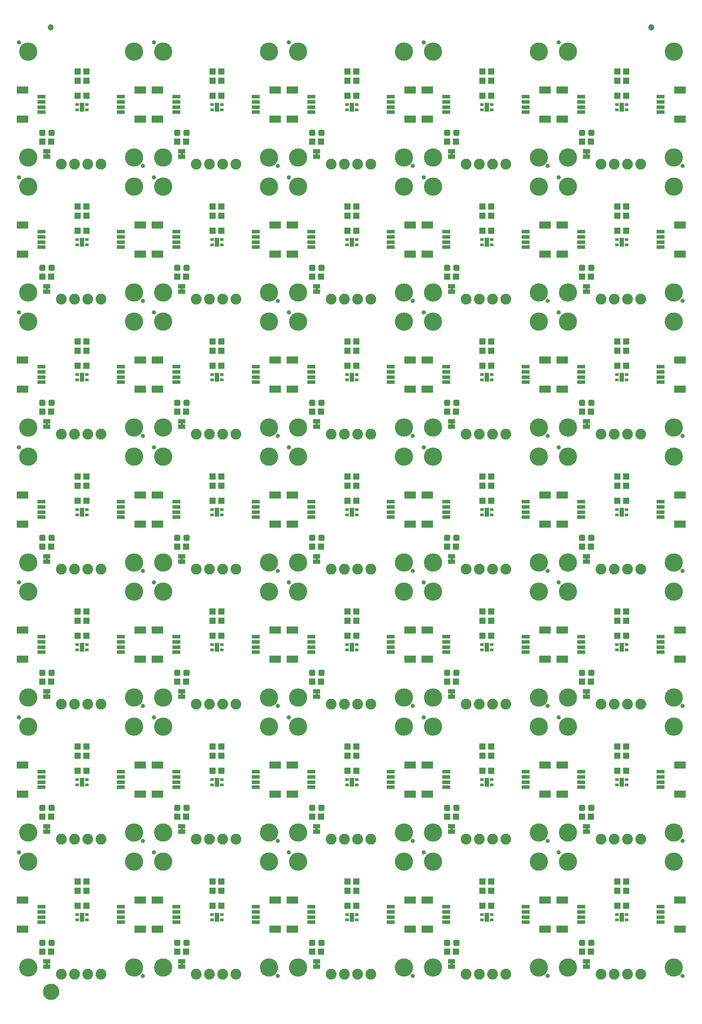
<source format=gts>
G04 EAGLE Gerber RS-274X export*
G75*
%MOMM*%
%FSLAX34Y34*%
%LPD*%
%INSoldermask Top*%
%IPPOS*%
%AMOC8*
5,1,8,0,0,1.08239X$1,22.5*%
G01*
%ADD10C,3.505200*%
%ADD11C,0.838200*%
%ADD12R,2.203200X1.403200*%
%ADD13R,1.553200X0.803200*%
%ADD14R,1.303200X1.203200*%
%ADD15C,0.505344*%
%ADD16R,0.753200X0.553200*%
%ADD17R,0.903200X1.803200*%
%ADD18R,1.473200X0.863600*%
%ADD19C,2.082800*%
%ADD20C,1.203200*%
%ADD21C,1.270000*%
%ADD22C,1.703200*%

G36*
X62295Y1583702D02*
X62295Y1583702D01*
X62361Y1583704D01*
X62404Y1583722D01*
X62451Y1583730D01*
X62508Y1583764D01*
X62568Y1583789D01*
X62603Y1583820D01*
X62644Y1583845D01*
X62686Y1583896D01*
X62734Y1583940D01*
X62756Y1583982D01*
X62785Y1584019D01*
X62806Y1584081D01*
X62837Y1584140D01*
X62845Y1584194D01*
X62857Y1584231D01*
X62856Y1584271D01*
X62864Y1584325D01*
X62864Y1588135D01*
X62853Y1588200D01*
X62851Y1588266D01*
X62833Y1588309D01*
X62825Y1588356D01*
X62791Y1588413D01*
X62766Y1588473D01*
X62735Y1588508D01*
X62710Y1588549D01*
X62659Y1588591D01*
X62615Y1588639D01*
X62573Y1588661D01*
X62536Y1588690D01*
X62474Y1588711D01*
X62415Y1588742D01*
X62361Y1588750D01*
X62324Y1588762D01*
X62284Y1588761D01*
X62230Y1588769D01*
X59690Y1588769D01*
X59625Y1588758D01*
X59559Y1588756D01*
X59516Y1588738D01*
X59469Y1588730D01*
X59412Y1588696D01*
X59352Y1588671D01*
X59317Y1588640D01*
X59276Y1588615D01*
X59235Y1588564D01*
X59186Y1588520D01*
X59164Y1588478D01*
X59135Y1588441D01*
X59114Y1588379D01*
X59083Y1588320D01*
X59075Y1588266D01*
X59063Y1588229D01*
X59063Y1588225D01*
X59063Y1588224D01*
X59064Y1588189D01*
X59056Y1588135D01*
X59056Y1584325D01*
X59067Y1584260D01*
X59069Y1584194D01*
X59087Y1584151D01*
X59095Y1584104D01*
X59129Y1584047D01*
X59154Y1583987D01*
X59185Y1583952D01*
X59210Y1583911D01*
X59261Y1583870D01*
X59305Y1583821D01*
X59347Y1583799D01*
X59384Y1583770D01*
X59446Y1583749D01*
X59505Y1583718D01*
X59559Y1583710D01*
X59596Y1583698D01*
X59636Y1583699D01*
X59690Y1583691D01*
X62230Y1583691D01*
X62295Y1583702D01*
G37*
G36*
X839535Y1583702D02*
X839535Y1583702D01*
X839601Y1583704D01*
X839644Y1583722D01*
X839691Y1583730D01*
X839748Y1583764D01*
X839808Y1583789D01*
X839843Y1583820D01*
X839884Y1583845D01*
X839926Y1583896D01*
X839974Y1583940D01*
X839996Y1583982D01*
X840025Y1584019D01*
X840046Y1584081D01*
X840077Y1584140D01*
X840085Y1584194D01*
X840097Y1584231D01*
X840096Y1584271D01*
X840104Y1584325D01*
X840104Y1588135D01*
X840093Y1588200D01*
X840091Y1588266D01*
X840073Y1588309D01*
X840065Y1588356D01*
X840031Y1588413D01*
X840006Y1588473D01*
X839975Y1588508D01*
X839950Y1588549D01*
X839899Y1588591D01*
X839855Y1588639D01*
X839813Y1588661D01*
X839776Y1588690D01*
X839714Y1588711D01*
X839655Y1588742D01*
X839601Y1588750D01*
X839564Y1588762D01*
X839524Y1588761D01*
X839470Y1588769D01*
X836930Y1588769D01*
X836865Y1588758D01*
X836799Y1588756D01*
X836756Y1588738D01*
X836709Y1588730D01*
X836652Y1588696D01*
X836592Y1588671D01*
X836557Y1588640D01*
X836516Y1588615D01*
X836475Y1588564D01*
X836426Y1588520D01*
X836404Y1588478D01*
X836375Y1588441D01*
X836354Y1588379D01*
X836323Y1588320D01*
X836315Y1588266D01*
X836303Y1588229D01*
X836303Y1588225D01*
X836303Y1588224D01*
X836304Y1588189D01*
X836296Y1588135D01*
X836296Y1584325D01*
X836307Y1584260D01*
X836309Y1584194D01*
X836327Y1584151D01*
X836335Y1584104D01*
X836369Y1584047D01*
X836394Y1583987D01*
X836425Y1583952D01*
X836450Y1583911D01*
X836501Y1583870D01*
X836545Y1583821D01*
X836587Y1583799D01*
X836624Y1583770D01*
X836686Y1583749D01*
X836745Y1583718D01*
X836799Y1583710D01*
X836836Y1583698D01*
X836876Y1583699D01*
X836930Y1583691D01*
X839470Y1583691D01*
X839535Y1583702D01*
G37*
G36*
X580455Y1583702D02*
X580455Y1583702D01*
X580521Y1583704D01*
X580564Y1583722D01*
X580611Y1583730D01*
X580668Y1583764D01*
X580728Y1583789D01*
X580763Y1583820D01*
X580804Y1583845D01*
X580846Y1583896D01*
X580894Y1583940D01*
X580916Y1583982D01*
X580945Y1584019D01*
X580966Y1584081D01*
X580997Y1584140D01*
X581005Y1584194D01*
X581017Y1584231D01*
X581016Y1584271D01*
X581024Y1584325D01*
X581024Y1588135D01*
X581013Y1588200D01*
X581011Y1588266D01*
X580993Y1588309D01*
X580985Y1588356D01*
X580951Y1588413D01*
X580926Y1588473D01*
X580895Y1588508D01*
X580870Y1588549D01*
X580819Y1588591D01*
X580775Y1588639D01*
X580733Y1588661D01*
X580696Y1588690D01*
X580634Y1588711D01*
X580575Y1588742D01*
X580521Y1588750D01*
X580484Y1588762D01*
X580444Y1588761D01*
X580390Y1588769D01*
X577850Y1588769D01*
X577785Y1588758D01*
X577719Y1588756D01*
X577676Y1588738D01*
X577629Y1588730D01*
X577572Y1588696D01*
X577512Y1588671D01*
X577477Y1588640D01*
X577436Y1588615D01*
X577395Y1588564D01*
X577346Y1588520D01*
X577324Y1588478D01*
X577295Y1588441D01*
X577274Y1588379D01*
X577243Y1588320D01*
X577235Y1588266D01*
X577223Y1588229D01*
X577223Y1588225D01*
X577223Y1588224D01*
X577224Y1588189D01*
X577216Y1588135D01*
X577216Y1584325D01*
X577227Y1584260D01*
X577229Y1584194D01*
X577247Y1584151D01*
X577255Y1584104D01*
X577289Y1584047D01*
X577314Y1583987D01*
X577345Y1583952D01*
X577370Y1583911D01*
X577421Y1583870D01*
X577465Y1583821D01*
X577507Y1583799D01*
X577544Y1583770D01*
X577606Y1583749D01*
X577665Y1583718D01*
X577719Y1583710D01*
X577756Y1583698D01*
X577796Y1583699D01*
X577850Y1583691D01*
X580390Y1583691D01*
X580455Y1583702D01*
G37*
G36*
X1098615Y1583702D02*
X1098615Y1583702D01*
X1098681Y1583704D01*
X1098724Y1583722D01*
X1098771Y1583730D01*
X1098828Y1583764D01*
X1098888Y1583789D01*
X1098923Y1583820D01*
X1098964Y1583845D01*
X1099006Y1583896D01*
X1099054Y1583940D01*
X1099076Y1583982D01*
X1099105Y1584019D01*
X1099126Y1584081D01*
X1099157Y1584140D01*
X1099165Y1584194D01*
X1099177Y1584231D01*
X1099176Y1584271D01*
X1099184Y1584325D01*
X1099184Y1588135D01*
X1099173Y1588200D01*
X1099171Y1588266D01*
X1099153Y1588309D01*
X1099145Y1588356D01*
X1099111Y1588413D01*
X1099086Y1588473D01*
X1099055Y1588508D01*
X1099030Y1588549D01*
X1098979Y1588591D01*
X1098935Y1588639D01*
X1098893Y1588661D01*
X1098856Y1588690D01*
X1098794Y1588711D01*
X1098735Y1588742D01*
X1098681Y1588750D01*
X1098644Y1588762D01*
X1098604Y1588761D01*
X1098550Y1588769D01*
X1096010Y1588769D01*
X1095945Y1588758D01*
X1095879Y1588756D01*
X1095836Y1588738D01*
X1095789Y1588730D01*
X1095732Y1588696D01*
X1095672Y1588671D01*
X1095637Y1588640D01*
X1095596Y1588615D01*
X1095555Y1588564D01*
X1095506Y1588520D01*
X1095484Y1588478D01*
X1095455Y1588441D01*
X1095434Y1588379D01*
X1095403Y1588320D01*
X1095395Y1588266D01*
X1095383Y1588229D01*
X1095383Y1588225D01*
X1095383Y1588224D01*
X1095384Y1588189D01*
X1095376Y1588135D01*
X1095376Y1584325D01*
X1095387Y1584260D01*
X1095389Y1584194D01*
X1095407Y1584151D01*
X1095415Y1584104D01*
X1095449Y1584047D01*
X1095474Y1583987D01*
X1095505Y1583952D01*
X1095530Y1583911D01*
X1095581Y1583870D01*
X1095625Y1583821D01*
X1095667Y1583799D01*
X1095704Y1583770D01*
X1095766Y1583749D01*
X1095825Y1583718D01*
X1095879Y1583710D01*
X1095916Y1583698D01*
X1095956Y1583699D01*
X1096010Y1583691D01*
X1098550Y1583691D01*
X1098615Y1583702D01*
G37*
G36*
X321375Y1583702D02*
X321375Y1583702D01*
X321441Y1583704D01*
X321484Y1583722D01*
X321531Y1583730D01*
X321588Y1583764D01*
X321648Y1583789D01*
X321683Y1583820D01*
X321724Y1583845D01*
X321766Y1583896D01*
X321814Y1583940D01*
X321836Y1583982D01*
X321865Y1584019D01*
X321886Y1584081D01*
X321917Y1584140D01*
X321925Y1584194D01*
X321937Y1584231D01*
X321936Y1584271D01*
X321944Y1584325D01*
X321944Y1588135D01*
X321933Y1588200D01*
X321931Y1588266D01*
X321913Y1588309D01*
X321905Y1588356D01*
X321871Y1588413D01*
X321846Y1588473D01*
X321815Y1588508D01*
X321790Y1588549D01*
X321739Y1588591D01*
X321695Y1588639D01*
X321653Y1588661D01*
X321616Y1588690D01*
X321554Y1588711D01*
X321495Y1588742D01*
X321441Y1588750D01*
X321404Y1588762D01*
X321364Y1588761D01*
X321310Y1588769D01*
X318770Y1588769D01*
X318705Y1588758D01*
X318639Y1588756D01*
X318596Y1588738D01*
X318549Y1588730D01*
X318492Y1588696D01*
X318432Y1588671D01*
X318397Y1588640D01*
X318356Y1588615D01*
X318315Y1588564D01*
X318266Y1588520D01*
X318244Y1588478D01*
X318215Y1588441D01*
X318194Y1588379D01*
X318163Y1588320D01*
X318155Y1588266D01*
X318143Y1588229D01*
X318143Y1588225D01*
X318143Y1588224D01*
X318144Y1588189D01*
X318136Y1588135D01*
X318136Y1584325D01*
X318147Y1584260D01*
X318149Y1584194D01*
X318167Y1584151D01*
X318175Y1584104D01*
X318209Y1584047D01*
X318234Y1583987D01*
X318265Y1583952D01*
X318290Y1583911D01*
X318341Y1583870D01*
X318385Y1583821D01*
X318427Y1583799D01*
X318464Y1583770D01*
X318526Y1583749D01*
X318585Y1583718D01*
X318639Y1583710D01*
X318676Y1583698D01*
X318716Y1583699D01*
X318770Y1583691D01*
X321310Y1583691D01*
X321375Y1583702D01*
G37*
G36*
X1098615Y1324622D02*
X1098615Y1324622D01*
X1098681Y1324624D01*
X1098724Y1324642D01*
X1098771Y1324650D01*
X1098828Y1324684D01*
X1098888Y1324709D01*
X1098923Y1324740D01*
X1098964Y1324765D01*
X1099006Y1324816D01*
X1099054Y1324860D01*
X1099076Y1324902D01*
X1099105Y1324939D01*
X1099126Y1325001D01*
X1099157Y1325060D01*
X1099165Y1325114D01*
X1099177Y1325151D01*
X1099176Y1325191D01*
X1099184Y1325245D01*
X1099184Y1329055D01*
X1099173Y1329120D01*
X1099171Y1329186D01*
X1099153Y1329229D01*
X1099145Y1329276D01*
X1099111Y1329333D01*
X1099086Y1329393D01*
X1099055Y1329428D01*
X1099030Y1329469D01*
X1098979Y1329511D01*
X1098935Y1329559D01*
X1098893Y1329581D01*
X1098856Y1329610D01*
X1098794Y1329631D01*
X1098735Y1329662D01*
X1098681Y1329670D01*
X1098644Y1329682D01*
X1098604Y1329681D01*
X1098550Y1329689D01*
X1096010Y1329689D01*
X1095945Y1329678D01*
X1095879Y1329676D01*
X1095836Y1329658D01*
X1095789Y1329650D01*
X1095732Y1329616D01*
X1095672Y1329591D01*
X1095637Y1329560D01*
X1095596Y1329535D01*
X1095555Y1329484D01*
X1095506Y1329440D01*
X1095484Y1329398D01*
X1095455Y1329361D01*
X1095434Y1329299D01*
X1095403Y1329240D01*
X1095395Y1329186D01*
X1095383Y1329149D01*
X1095383Y1329145D01*
X1095383Y1329144D01*
X1095384Y1329109D01*
X1095376Y1329055D01*
X1095376Y1325245D01*
X1095387Y1325180D01*
X1095389Y1325114D01*
X1095407Y1325071D01*
X1095415Y1325024D01*
X1095449Y1324967D01*
X1095474Y1324907D01*
X1095505Y1324872D01*
X1095530Y1324831D01*
X1095581Y1324790D01*
X1095625Y1324741D01*
X1095667Y1324719D01*
X1095704Y1324690D01*
X1095766Y1324669D01*
X1095825Y1324638D01*
X1095879Y1324630D01*
X1095916Y1324618D01*
X1095956Y1324619D01*
X1096010Y1324611D01*
X1098550Y1324611D01*
X1098615Y1324622D01*
G37*
G36*
X321375Y1324622D02*
X321375Y1324622D01*
X321441Y1324624D01*
X321484Y1324642D01*
X321531Y1324650D01*
X321588Y1324684D01*
X321648Y1324709D01*
X321683Y1324740D01*
X321724Y1324765D01*
X321766Y1324816D01*
X321814Y1324860D01*
X321836Y1324902D01*
X321865Y1324939D01*
X321886Y1325001D01*
X321917Y1325060D01*
X321925Y1325114D01*
X321937Y1325151D01*
X321936Y1325191D01*
X321944Y1325245D01*
X321944Y1329055D01*
X321933Y1329120D01*
X321931Y1329186D01*
X321913Y1329229D01*
X321905Y1329276D01*
X321871Y1329333D01*
X321846Y1329393D01*
X321815Y1329428D01*
X321790Y1329469D01*
X321739Y1329511D01*
X321695Y1329559D01*
X321653Y1329581D01*
X321616Y1329610D01*
X321554Y1329631D01*
X321495Y1329662D01*
X321441Y1329670D01*
X321404Y1329682D01*
X321364Y1329681D01*
X321310Y1329689D01*
X318770Y1329689D01*
X318705Y1329678D01*
X318639Y1329676D01*
X318596Y1329658D01*
X318549Y1329650D01*
X318492Y1329616D01*
X318432Y1329591D01*
X318397Y1329560D01*
X318356Y1329535D01*
X318315Y1329484D01*
X318266Y1329440D01*
X318244Y1329398D01*
X318215Y1329361D01*
X318194Y1329299D01*
X318163Y1329240D01*
X318155Y1329186D01*
X318143Y1329149D01*
X318143Y1329145D01*
X318143Y1329144D01*
X318144Y1329109D01*
X318136Y1329055D01*
X318136Y1325245D01*
X318147Y1325180D01*
X318149Y1325114D01*
X318167Y1325071D01*
X318175Y1325024D01*
X318209Y1324967D01*
X318234Y1324907D01*
X318265Y1324872D01*
X318290Y1324831D01*
X318341Y1324790D01*
X318385Y1324741D01*
X318427Y1324719D01*
X318464Y1324690D01*
X318526Y1324669D01*
X318585Y1324638D01*
X318639Y1324630D01*
X318676Y1324618D01*
X318716Y1324619D01*
X318770Y1324611D01*
X321310Y1324611D01*
X321375Y1324622D01*
G37*
G36*
X839535Y1324622D02*
X839535Y1324622D01*
X839601Y1324624D01*
X839644Y1324642D01*
X839691Y1324650D01*
X839748Y1324684D01*
X839808Y1324709D01*
X839843Y1324740D01*
X839884Y1324765D01*
X839926Y1324816D01*
X839974Y1324860D01*
X839996Y1324902D01*
X840025Y1324939D01*
X840046Y1325001D01*
X840077Y1325060D01*
X840085Y1325114D01*
X840097Y1325151D01*
X840096Y1325191D01*
X840104Y1325245D01*
X840104Y1329055D01*
X840093Y1329120D01*
X840091Y1329186D01*
X840073Y1329229D01*
X840065Y1329276D01*
X840031Y1329333D01*
X840006Y1329393D01*
X839975Y1329428D01*
X839950Y1329469D01*
X839899Y1329511D01*
X839855Y1329559D01*
X839813Y1329581D01*
X839776Y1329610D01*
X839714Y1329631D01*
X839655Y1329662D01*
X839601Y1329670D01*
X839564Y1329682D01*
X839524Y1329681D01*
X839470Y1329689D01*
X836930Y1329689D01*
X836865Y1329678D01*
X836799Y1329676D01*
X836756Y1329658D01*
X836709Y1329650D01*
X836652Y1329616D01*
X836592Y1329591D01*
X836557Y1329560D01*
X836516Y1329535D01*
X836475Y1329484D01*
X836426Y1329440D01*
X836404Y1329398D01*
X836375Y1329361D01*
X836354Y1329299D01*
X836323Y1329240D01*
X836315Y1329186D01*
X836303Y1329149D01*
X836303Y1329145D01*
X836303Y1329144D01*
X836304Y1329109D01*
X836296Y1329055D01*
X836296Y1325245D01*
X836307Y1325180D01*
X836309Y1325114D01*
X836327Y1325071D01*
X836335Y1325024D01*
X836369Y1324967D01*
X836394Y1324907D01*
X836425Y1324872D01*
X836450Y1324831D01*
X836501Y1324790D01*
X836545Y1324741D01*
X836587Y1324719D01*
X836624Y1324690D01*
X836686Y1324669D01*
X836745Y1324638D01*
X836799Y1324630D01*
X836836Y1324618D01*
X836876Y1324619D01*
X836930Y1324611D01*
X839470Y1324611D01*
X839535Y1324622D01*
G37*
G36*
X580455Y1324622D02*
X580455Y1324622D01*
X580521Y1324624D01*
X580564Y1324642D01*
X580611Y1324650D01*
X580668Y1324684D01*
X580728Y1324709D01*
X580763Y1324740D01*
X580804Y1324765D01*
X580846Y1324816D01*
X580894Y1324860D01*
X580916Y1324902D01*
X580945Y1324939D01*
X580966Y1325001D01*
X580997Y1325060D01*
X581005Y1325114D01*
X581017Y1325151D01*
X581016Y1325191D01*
X581024Y1325245D01*
X581024Y1329055D01*
X581013Y1329120D01*
X581011Y1329186D01*
X580993Y1329229D01*
X580985Y1329276D01*
X580951Y1329333D01*
X580926Y1329393D01*
X580895Y1329428D01*
X580870Y1329469D01*
X580819Y1329511D01*
X580775Y1329559D01*
X580733Y1329581D01*
X580696Y1329610D01*
X580634Y1329631D01*
X580575Y1329662D01*
X580521Y1329670D01*
X580484Y1329682D01*
X580444Y1329681D01*
X580390Y1329689D01*
X577850Y1329689D01*
X577785Y1329678D01*
X577719Y1329676D01*
X577676Y1329658D01*
X577629Y1329650D01*
X577572Y1329616D01*
X577512Y1329591D01*
X577477Y1329560D01*
X577436Y1329535D01*
X577395Y1329484D01*
X577346Y1329440D01*
X577324Y1329398D01*
X577295Y1329361D01*
X577274Y1329299D01*
X577243Y1329240D01*
X577235Y1329186D01*
X577223Y1329149D01*
X577223Y1329145D01*
X577223Y1329144D01*
X577224Y1329109D01*
X577216Y1329055D01*
X577216Y1325245D01*
X577227Y1325180D01*
X577229Y1325114D01*
X577247Y1325071D01*
X577255Y1325024D01*
X577289Y1324967D01*
X577314Y1324907D01*
X577345Y1324872D01*
X577370Y1324831D01*
X577421Y1324790D01*
X577465Y1324741D01*
X577507Y1324719D01*
X577544Y1324690D01*
X577606Y1324669D01*
X577665Y1324638D01*
X577719Y1324630D01*
X577756Y1324618D01*
X577796Y1324619D01*
X577850Y1324611D01*
X580390Y1324611D01*
X580455Y1324622D01*
G37*
G36*
X62295Y1324622D02*
X62295Y1324622D01*
X62361Y1324624D01*
X62404Y1324642D01*
X62451Y1324650D01*
X62508Y1324684D01*
X62568Y1324709D01*
X62603Y1324740D01*
X62644Y1324765D01*
X62686Y1324816D01*
X62734Y1324860D01*
X62756Y1324902D01*
X62785Y1324939D01*
X62806Y1325001D01*
X62837Y1325060D01*
X62845Y1325114D01*
X62857Y1325151D01*
X62856Y1325191D01*
X62864Y1325245D01*
X62864Y1329055D01*
X62853Y1329120D01*
X62851Y1329186D01*
X62833Y1329229D01*
X62825Y1329276D01*
X62791Y1329333D01*
X62766Y1329393D01*
X62735Y1329428D01*
X62710Y1329469D01*
X62659Y1329511D01*
X62615Y1329559D01*
X62573Y1329581D01*
X62536Y1329610D01*
X62474Y1329631D01*
X62415Y1329662D01*
X62361Y1329670D01*
X62324Y1329682D01*
X62284Y1329681D01*
X62230Y1329689D01*
X59690Y1329689D01*
X59625Y1329678D01*
X59559Y1329676D01*
X59516Y1329658D01*
X59469Y1329650D01*
X59412Y1329616D01*
X59352Y1329591D01*
X59317Y1329560D01*
X59276Y1329535D01*
X59235Y1329484D01*
X59186Y1329440D01*
X59164Y1329398D01*
X59135Y1329361D01*
X59114Y1329299D01*
X59083Y1329240D01*
X59075Y1329186D01*
X59063Y1329149D01*
X59063Y1329145D01*
X59063Y1329144D01*
X59064Y1329109D01*
X59056Y1329055D01*
X59056Y1325245D01*
X59067Y1325180D01*
X59069Y1325114D01*
X59087Y1325071D01*
X59095Y1325024D01*
X59129Y1324967D01*
X59154Y1324907D01*
X59185Y1324872D01*
X59210Y1324831D01*
X59261Y1324790D01*
X59305Y1324741D01*
X59347Y1324719D01*
X59384Y1324690D01*
X59446Y1324669D01*
X59505Y1324638D01*
X59559Y1324630D01*
X59596Y1324618D01*
X59636Y1324619D01*
X59690Y1324611D01*
X62230Y1324611D01*
X62295Y1324622D01*
G37*
G36*
X321375Y1065542D02*
X321375Y1065542D01*
X321441Y1065544D01*
X321484Y1065562D01*
X321531Y1065570D01*
X321588Y1065604D01*
X321648Y1065629D01*
X321683Y1065660D01*
X321724Y1065685D01*
X321766Y1065736D01*
X321814Y1065780D01*
X321836Y1065822D01*
X321865Y1065859D01*
X321886Y1065921D01*
X321917Y1065980D01*
X321925Y1066034D01*
X321937Y1066071D01*
X321936Y1066111D01*
X321944Y1066165D01*
X321944Y1069975D01*
X321933Y1070040D01*
X321931Y1070106D01*
X321913Y1070149D01*
X321905Y1070196D01*
X321871Y1070253D01*
X321846Y1070313D01*
X321815Y1070348D01*
X321790Y1070389D01*
X321739Y1070431D01*
X321695Y1070479D01*
X321653Y1070501D01*
X321616Y1070530D01*
X321554Y1070551D01*
X321495Y1070582D01*
X321441Y1070590D01*
X321404Y1070602D01*
X321364Y1070601D01*
X321310Y1070609D01*
X318770Y1070609D01*
X318705Y1070598D01*
X318639Y1070596D01*
X318596Y1070578D01*
X318549Y1070570D01*
X318492Y1070536D01*
X318432Y1070511D01*
X318397Y1070480D01*
X318356Y1070455D01*
X318315Y1070404D01*
X318266Y1070360D01*
X318244Y1070318D01*
X318215Y1070281D01*
X318194Y1070219D01*
X318163Y1070160D01*
X318155Y1070106D01*
X318143Y1070069D01*
X318143Y1070065D01*
X318143Y1070064D01*
X318144Y1070029D01*
X318136Y1069975D01*
X318136Y1066165D01*
X318147Y1066100D01*
X318149Y1066034D01*
X318167Y1065991D01*
X318175Y1065944D01*
X318209Y1065887D01*
X318234Y1065827D01*
X318265Y1065792D01*
X318290Y1065751D01*
X318341Y1065710D01*
X318385Y1065661D01*
X318427Y1065639D01*
X318464Y1065610D01*
X318526Y1065589D01*
X318585Y1065558D01*
X318639Y1065550D01*
X318676Y1065538D01*
X318716Y1065539D01*
X318770Y1065531D01*
X321310Y1065531D01*
X321375Y1065542D01*
G37*
G36*
X62295Y1065542D02*
X62295Y1065542D01*
X62361Y1065544D01*
X62404Y1065562D01*
X62451Y1065570D01*
X62508Y1065604D01*
X62568Y1065629D01*
X62603Y1065660D01*
X62644Y1065685D01*
X62686Y1065736D01*
X62734Y1065780D01*
X62756Y1065822D01*
X62785Y1065859D01*
X62806Y1065921D01*
X62837Y1065980D01*
X62845Y1066034D01*
X62857Y1066071D01*
X62856Y1066111D01*
X62864Y1066165D01*
X62864Y1069975D01*
X62853Y1070040D01*
X62851Y1070106D01*
X62833Y1070149D01*
X62825Y1070196D01*
X62791Y1070253D01*
X62766Y1070313D01*
X62735Y1070348D01*
X62710Y1070389D01*
X62659Y1070431D01*
X62615Y1070479D01*
X62573Y1070501D01*
X62536Y1070530D01*
X62474Y1070551D01*
X62415Y1070582D01*
X62361Y1070590D01*
X62324Y1070602D01*
X62284Y1070601D01*
X62230Y1070609D01*
X59690Y1070609D01*
X59625Y1070598D01*
X59559Y1070596D01*
X59516Y1070578D01*
X59469Y1070570D01*
X59412Y1070536D01*
X59352Y1070511D01*
X59317Y1070480D01*
X59276Y1070455D01*
X59235Y1070404D01*
X59186Y1070360D01*
X59164Y1070318D01*
X59135Y1070281D01*
X59114Y1070219D01*
X59083Y1070160D01*
X59075Y1070106D01*
X59063Y1070069D01*
X59063Y1070065D01*
X59063Y1070064D01*
X59064Y1070029D01*
X59056Y1069975D01*
X59056Y1066165D01*
X59067Y1066100D01*
X59069Y1066034D01*
X59087Y1065991D01*
X59095Y1065944D01*
X59129Y1065887D01*
X59154Y1065827D01*
X59185Y1065792D01*
X59210Y1065751D01*
X59261Y1065710D01*
X59305Y1065661D01*
X59347Y1065639D01*
X59384Y1065610D01*
X59446Y1065589D01*
X59505Y1065558D01*
X59559Y1065550D01*
X59596Y1065538D01*
X59636Y1065539D01*
X59690Y1065531D01*
X62230Y1065531D01*
X62295Y1065542D01*
G37*
G36*
X580455Y1065542D02*
X580455Y1065542D01*
X580521Y1065544D01*
X580564Y1065562D01*
X580611Y1065570D01*
X580668Y1065604D01*
X580728Y1065629D01*
X580763Y1065660D01*
X580804Y1065685D01*
X580846Y1065736D01*
X580894Y1065780D01*
X580916Y1065822D01*
X580945Y1065859D01*
X580966Y1065921D01*
X580997Y1065980D01*
X581005Y1066034D01*
X581017Y1066071D01*
X581016Y1066111D01*
X581024Y1066165D01*
X581024Y1069975D01*
X581013Y1070040D01*
X581011Y1070106D01*
X580993Y1070149D01*
X580985Y1070196D01*
X580951Y1070253D01*
X580926Y1070313D01*
X580895Y1070348D01*
X580870Y1070389D01*
X580819Y1070431D01*
X580775Y1070479D01*
X580733Y1070501D01*
X580696Y1070530D01*
X580634Y1070551D01*
X580575Y1070582D01*
X580521Y1070590D01*
X580484Y1070602D01*
X580444Y1070601D01*
X580390Y1070609D01*
X577850Y1070609D01*
X577785Y1070598D01*
X577719Y1070596D01*
X577676Y1070578D01*
X577629Y1070570D01*
X577572Y1070536D01*
X577512Y1070511D01*
X577477Y1070480D01*
X577436Y1070455D01*
X577395Y1070404D01*
X577346Y1070360D01*
X577324Y1070318D01*
X577295Y1070281D01*
X577274Y1070219D01*
X577243Y1070160D01*
X577235Y1070106D01*
X577223Y1070069D01*
X577223Y1070065D01*
X577223Y1070064D01*
X577224Y1070029D01*
X577216Y1069975D01*
X577216Y1066165D01*
X577227Y1066100D01*
X577229Y1066034D01*
X577247Y1065991D01*
X577255Y1065944D01*
X577289Y1065887D01*
X577314Y1065827D01*
X577345Y1065792D01*
X577370Y1065751D01*
X577421Y1065710D01*
X577465Y1065661D01*
X577507Y1065639D01*
X577544Y1065610D01*
X577606Y1065589D01*
X577665Y1065558D01*
X577719Y1065550D01*
X577756Y1065538D01*
X577796Y1065539D01*
X577850Y1065531D01*
X580390Y1065531D01*
X580455Y1065542D01*
G37*
G36*
X839535Y1065542D02*
X839535Y1065542D01*
X839601Y1065544D01*
X839644Y1065562D01*
X839691Y1065570D01*
X839748Y1065604D01*
X839808Y1065629D01*
X839843Y1065660D01*
X839884Y1065685D01*
X839926Y1065736D01*
X839974Y1065780D01*
X839996Y1065822D01*
X840025Y1065859D01*
X840046Y1065921D01*
X840077Y1065980D01*
X840085Y1066034D01*
X840097Y1066071D01*
X840096Y1066111D01*
X840104Y1066165D01*
X840104Y1069975D01*
X840093Y1070040D01*
X840091Y1070106D01*
X840073Y1070149D01*
X840065Y1070196D01*
X840031Y1070253D01*
X840006Y1070313D01*
X839975Y1070348D01*
X839950Y1070389D01*
X839899Y1070431D01*
X839855Y1070479D01*
X839813Y1070501D01*
X839776Y1070530D01*
X839714Y1070551D01*
X839655Y1070582D01*
X839601Y1070590D01*
X839564Y1070602D01*
X839524Y1070601D01*
X839470Y1070609D01*
X836930Y1070609D01*
X836865Y1070598D01*
X836799Y1070596D01*
X836756Y1070578D01*
X836709Y1070570D01*
X836652Y1070536D01*
X836592Y1070511D01*
X836557Y1070480D01*
X836516Y1070455D01*
X836475Y1070404D01*
X836426Y1070360D01*
X836404Y1070318D01*
X836375Y1070281D01*
X836354Y1070219D01*
X836323Y1070160D01*
X836315Y1070106D01*
X836303Y1070069D01*
X836303Y1070065D01*
X836303Y1070064D01*
X836304Y1070029D01*
X836296Y1069975D01*
X836296Y1066165D01*
X836307Y1066100D01*
X836309Y1066034D01*
X836327Y1065991D01*
X836335Y1065944D01*
X836369Y1065887D01*
X836394Y1065827D01*
X836425Y1065792D01*
X836450Y1065751D01*
X836501Y1065710D01*
X836545Y1065661D01*
X836587Y1065639D01*
X836624Y1065610D01*
X836686Y1065589D01*
X836745Y1065558D01*
X836799Y1065550D01*
X836836Y1065538D01*
X836876Y1065539D01*
X836930Y1065531D01*
X839470Y1065531D01*
X839535Y1065542D01*
G37*
G36*
X1098615Y1065542D02*
X1098615Y1065542D01*
X1098681Y1065544D01*
X1098724Y1065562D01*
X1098771Y1065570D01*
X1098828Y1065604D01*
X1098888Y1065629D01*
X1098923Y1065660D01*
X1098964Y1065685D01*
X1099006Y1065736D01*
X1099054Y1065780D01*
X1099076Y1065822D01*
X1099105Y1065859D01*
X1099126Y1065921D01*
X1099157Y1065980D01*
X1099165Y1066034D01*
X1099177Y1066071D01*
X1099176Y1066111D01*
X1099184Y1066165D01*
X1099184Y1069975D01*
X1099173Y1070040D01*
X1099171Y1070106D01*
X1099153Y1070149D01*
X1099145Y1070196D01*
X1099111Y1070253D01*
X1099086Y1070313D01*
X1099055Y1070348D01*
X1099030Y1070389D01*
X1098979Y1070431D01*
X1098935Y1070479D01*
X1098893Y1070501D01*
X1098856Y1070530D01*
X1098794Y1070551D01*
X1098735Y1070582D01*
X1098681Y1070590D01*
X1098644Y1070602D01*
X1098604Y1070601D01*
X1098550Y1070609D01*
X1096010Y1070609D01*
X1095945Y1070598D01*
X1095879Y1070596D01*
X1095836Y1070578D01*
X1095789Y1070570D01*
X1095732Y1070536D01*
X1095672Y1070511D01*
X1095637Y1070480D01*
X1095596Y1070455D01*
X1095555Y1070404D01*
X1095506Y1070360D01*
X1095484Y1070318D01*
X1095455Y1070281D01*
X1095434Y1070219D01*
X1095403Y1070160D01*
X1095395Y1070106D01*
X1095383Y1070069D01*
X1095383Y1070065D01*
X1095383Y1070064D01*
X1095384Y1070029D01*
X1095376Y1069975D01*
X1095376Y1066165D01*
X1095387Y1066100D01*
X1095389Y1066034D01*
X1095407Y1065991D01*
X1095415Y1065944D01*
X1095449Y1065887D01*
X1095474Y1065827D01*
X1095505Y1065792D01*
X1095530Y1065751D01*
X1095581Y1065710D01*
X1095625Y1065661D01*
X1095667Y1065639D01*
X1095704Y1065610D01*
X1095766Y1065589D01*
X1095825Y1065558D01*
X1095879Y1065550D01*
X1095916Y1065538D01*
X1095956Y1065539D01*
X1096010Y1065531D01*
X1098550Y1065531D01*
X1098615Y1065542D01*
G37*
G36*
X839535Y806462D02*
X839535Y806462D01*
X839601Y806464D01*
X839644Y806482D01*
X839691Y806490D01*
X839748Y806524D01*
X839808Y806549D01*
X839843Y806580D01*
X839884Y806605D01*
X839926Y806656D01*
X839974Y806700D01*
X839996Y806742D01*
X840025Y806779D01*
X840046Y806841D01*
X840077Y806900D01*
X840085Y806954D01*
X840097Y806991D01*
X840096Y807031D01*
X840104Y807085D01*
X840104Y810895D01*
X840093Y810960D01*
X840091Y811026D01*
X840073Y811069D01*
X840065Y811116D01*
X840031Y811173D01*
X840006Y811233D01*
X839975Y811268D01*
X839950Y811309D01*
X839899Y811351D01*
X839855Y811399D01*
X839813Y811421D01*
X839776Y811450D01*
X839714Y811471D01*
X839655Y811502D01*
X839601Y811510D01*
X839564Y811522D01*
X839524Y811521D01*
X839470Y811529D01*
X836930Y811529D01*
X836865Y811518D01*
X836799Y811516D01*
X836756Y811498D01*
X836709Y811490D01*
X836652Y811456D01*
X836592Y811431D01*
X836557Y811400D01*
X836516Y811375D01*
X836475Y811324D01*
X836426Y811280D01*
X836404Y811238D01*
X836375Y811201D01*
X836354Y811139D01*
X836323Y811080D01*
X836315Y811026D01*
X836303Y810989D01*
X836303Y810985D01*
X836303Y810984D01*
X836304Y810949D01*
X836296Y810895D01*
X836296Y807085D01*
X836307Y807020D01*
X836309Y806954D01*
X836327Y806911D01*
X836335Y806864D01*
X836369Y806807D01*
X836394Y806747D01*
X836425Y806712D01*
X836450Y806671D01*
X836501Y806630D01*
X836545Y806581D01*
X836587Y806559D01*
X836624Y806530D01*
X836686Y806509D01*
X836745Y806478D01*
X836799Y806470D01*
X836836Y806458D01*
X836876Y806459D01*
X836930Y806451D01*
X839470Y806451D01*
X839535Y806462D01*
G37*
G36*
X1098615Y806462D02*
X1098615Y806462D01*
X1098681Y806464D01*
X1098724Y806482D01*
X1098771Y806490D01*
X1098828Y806524D01*
X1098888Y806549D01*
X1098923Y806580D01*
X1098964Y806605D01*
X1099006Y806656D01*
X1099054Y806700D01*
X1099076Y806742D01*
X1099105Y806779D01*
X1099126Y806841D01*
X1099157Y806900D01*
X1099165Y806954D01*
X1099177Y806991D01*
X1099176Y807031D01*
X1099184Y807085D01*
X1099184Y810895D01*
X1099173Y810960D01*
X1099171Y811026D01*
X1099153Y811069D01*
X1099145Y811116D01*
X1099111Y811173D01*
X1099086Y811233D01*
X1099055Y811268D01*
X1099030Y811309D01*
X1098979Y811351D01*
X1098935Y811399D01*
X1098893Y811421D01*
X1098856Y811450D01*
X1098794Y811471D01*
X1098735Y811502D01*
X1098681Y811510D01*
X1098644Y811522D01*
X1098604Y811521D01*
X1098550Y811529D01*
X1096010Y811529D01*
X1095945Y811518D01*
X1095879Y811516D01*
X1095836Y811498D01*
X1095789Y811490D01*
X1095732Y811456D01*
X1095672Y811431D01*
X1095637Y811400D01*
X1095596Y811375D01*
X1095555Y811324D01*
X1095506Y811280D01*
X1095484Y811238D01*
X1095455Y811201D01*
X1095434Y811139D01*
X1095403Y811080D01*
X1095395Y811026D01*
X1095383Y810989D01*
X1095383Y810985D01*
X1095383Y810984D01*
X1095384Y810949D01*
X1095376Y810895D01*
X1095376Y807085D01*
X1095387Y807020D01*
X1095389Y806954D01*
X1095407Y806911D01*
X1095415Y806864D01*
X1095449Y806807D01*
X1095474Y806747D01*
X1095505Y806712D01*
X1095530Y806671D01*
X1095581Y806630D01*
X1095625Y806581D01*
X1095667Y806559D01*
X1095704Y806530D01*
X1095766Y806509D01*
X1095825Y806478D01*
X1095879Y806470D01*
X1095916Y806458D01*
X1095956Y806459D01*
X1096010Y806451D01*
X1098550Y806451D01*
X1098615Y806462D01*
G37*
G36*
X321375Y806462D02*
X321375Y806462D01*
X321441Y806464D01*
X321484Y806482D01*
X321531Y806490D01*
X321588Y806524D01*
X321648Y806549D01*
X321683Y806580D01*
X321724Y806605D01*
X321766Y806656D01*
X321814Y806700D01*
X321836Y806742D01*
X321865Y806779D01*
X321886Y806841D01*
X321917Y806900D01*
X321925Y806954D01*
X321937Y806991D01*
X321936Y807031D01*
X321944Y807085D01*
X321944Y810895D01*
X321933Y810960D01*
X321931Y811026D01*
X321913Y811069D01*
X321905Y811116D01*
X321871Y811173D01*
X321846Y811233D01*
X321815Y811268D01*
X321790Y811309D01*
X321739Y811351D01*
X321695Y811399D01*
X321653Y811421D01*
X321616Y811450D01*
X321554Y811471D01*
X321495Y811502D01*
X321441Y811510D01*
X321404Y811522D01*
X321364Y811521D01*
X321310Y811529D01*
X318770Y811529D01*
X318705Y811518D01*
X318639Y811516D01*
X318596Y811498D01*
X318549Y811490D01*
X318492Y811456D01*
X318432Y811431D01*
X318397Y811400D01*
X318356Y811375D01*
X318315Y811324D01*
X318266Y811280D01*
X318244Y811238D01*
X318215Y811201D01*
X318194Y811139D01*
X318163Y811080D01*
X318155Y811026D01*
X318143Y810989D01*
X318143Y810985D01*
X318143Y810984D01*
X318144Y810949D01*
X318136Y810895D01*
X318136Y807085D01*
X318147Y807020D01*
X318149Y806954D01*
X318167Y806911D01*
X318175Y806864D01*
X318209Y806807D01*
X318234Y806747D01*
X318265Y806712D01*
X318290Y806671D01*
X318341Y806630D01*
X318385Y806581D01*
X318427Y806559D01*
X318464Y806530D01*
X318526Y806509D01*
X318585Y806478D01*
X318639Y806470D01*
X318676Y806458D01*
X318716Y806459D01*
X318770Y806451D01*
X321310Y806451D01*
X321375Y806462D01*
G37*
G36*
X580455Y806462D02*
X580455Y806462D01*
X580521Y806464D01*
X580564Y806482D01*
X580611Y806490D01*
X580668Y806524D01*
X580728Y806549D01*
X580763Y806580D01*
X580804Y806605D01*
X580846Y806656D01*
X580894Y806700D01*
X580916Y806742D01*
X580945Y806779D01*
X580966Y806841D01*
X580997Y806900D01*
X581005Y806954D01*
X581017Y806991D01*
X581016Y807031D01*
X581024Y807085D01*
X581024Y810895D01*
X581013Y810960D01*
X581011Y811026D01*
X580993Y811069D01*
X580985Y811116D01*
X580951Y811173D01*
X580926Y811233D01*
X580895Y811268D01*
X580870Y811309D01*
X580819Y811351D01*
X580775Y811399D01*
X580733Y811421D01*
X580696Y811450D01*
X580634Y811471D01*
X580575Y811502D01*
X580521Y811510D01*
X580484Y811522D01*
X580444Y811521D01*
X580390Y811529D01*
X577850Y811529D01*
X577785Y811518D01*
X577719Y811516D01*
X577676Y811498D01*
X577629Y811490D01*
X577572Y811456D01*
X577512Y811431D01*
X577477Y811400D01*
X577436Y811375D01*
X577395Y811324D01*
X577346Y811280D01*
X577324Y811238D01*
X577295Y811201D01*
X577274Y811139D01*
X577243Y811080D01*
X577235Y811026D01*
X577223Y810989D01*
X577223Y810985D01*
X577223Y810984D01*
X577224Y810949D01*
X577216Y810895D01*
X577216Y807085D01*
X577227Y807020D01*
X577229Y806954D01*
X577247Y806911D01*
X577255Y806864D01*
X577289Y806807D01*
X577314Y806747D01*
X577345Y806712D01*
X577370Y806671D01*
X577421Y806630D01*
X577465Y806581D01*
X577507Y806559D01*
X577544Y806530D01*
X577606Y806509D01*
X577665Y806478D01*
X577719Y806470D01*
X577756Y806458D01*
X577796Y806459D01*
X577850Y806451D01*
X580390Y806451D01*
X580455Y806462D01*
G37*
G36*
X62295Y806462D02*
X62295Y806462D01*
X62361Y806464D01*
X62404Y806482D01*
X62451Y806490D01*
X62508Y806524D01*
X62568Y806549D01*
X62603Y806580D01*
X62644Y806605D01*
X62686Y806656D01*
X62734Y806700D01*
X62756Y806742D01*
X62785Y806779D01*
X62806Y806841D01*
X62837Y806900D01*
X62845Y806954D01*
X62857Y806991D01*
X62856Y807031D01*
X62864Y807085D01*
X62864Y810895D01*
X62853Y810960D01*
X62851Y811026D01*
X62833Y811069D01*
X62825Y811116D01*
X62791Y811173D01*
X62766Y811233D01*
X62735Y811268D01*
X62710Y811309D01*
X62659Y811351D01*
X62615Y811399D01*
X62573Y811421D01*
X62536Y811450D01*
X62474Y811471D01*
X62415Y811502D01*
X62361Y811510D01*
X62324Y811522D01*
X62284Y811521D01*
X62230Y811529D01*
X59690Y811529D01*
X59625Y811518D01*
X59559Y811516D01*
X59516Y811498D01*
X59469Y811490D01*
X59412Y811456D01*
X59352Y811431D01*
X59317Y811400D01*
X59276Y811375D01*
X59235Y811324D01*
X59186Y811280D01*
X59164Y811238D01*
X59135Y811201D01*
X59114Y811139D01*
X59083Y811080D01*
X59075Y811026D01*
X59063Y810989D01*
X59063Y810985D01*
X59063Y810984D01*
X59064Y810949D01*
X59056Y810895D01*
X59056Y807085D01*
X59067Y807020D01*
X59069Y806954D01*
X59087Y806911D01*
X59095Y806864D01*
X59129Y806807D01*
X59154Y806747D01*
X59185Y806712D01*
X59210Y806671D01*
X59261Y806630D01*
X59305Y806581D01*
X59347Y806559D01*
X59384Y806530D01*
X59446Y806509D01*
X59505Y806478D01*
X59559Y806470D01*
X59596Y806458D01*
X59636Y806459D01*
X59690Y806451D01*
X62230Y806451D01*
X62295Y806462D01*
G37*
G36*
X839535Y547382D02*
X839535Y547382D01*
X839601Y547384D01*
X839644Y547402D01*
X839691Y547410D01*
X839748Y547444D01*
X839808Y547469D01*
X839843Y547500D01*
X839884Y547525D01*
X839926Y547576D01*
X839974Y547620D01*
X839996Y547662D01*
X840025Y547699D01*
X840046Y547761D01*
X840077Y547820D01*
X840085Y547874D01*
X840097Y547911D01*
X840096Y547951D01*
X840104Y548005D01*
X840104Y551815D01*
X840093Y551880D01*
X840091Y551946D01*
X840073Y551989D01*
X840065Y552036D01*
X840031Y552093D01*
X840006Y552153D01*
X839975Y552188D01*
X839950Y552229D01*
X839899Y552271D01*
X839855Y552319D01*
X839813Y552341D01*
X839776Y552370D01*
X839714Y552391D01*
X839655Y552422D01*
X839601Y552430D01*
X839564Y552442D01*
X839524Y552441D01*
X839470Y552449D01*
X836930Y552449D01*
X836865Y552438D01*
X836799Y552436D01*
X836756Y552418D01*
X836709Y552410D01*
X836652Y552376D01*
X836592Y552351D01*
X836557Y552320D01*
X836516Y552295D01*
X836475Y552244D01*
X836426Y552200D01*
X836404Y552158D01*
X836375Y552121D01*
X836354Y552059D01*
X836323Y552000D01*
X836315Y551946D01*
X836303Y551909D01*
X836303Y551905D01*
X836303Y551904D01*
X836304Y551869D01*
X836296Y551815D01*
X836296Y548005D01*
X836307Y547940D01*
X836309Y547874D01*
X836327Y547831D01*
X836335Y547784D01*
X836369Y547727D01*
X836394Y547667D01*
X836425Y547632D01*
X836450Y547591D01*
X836501Y547550D01*
X836545Y547501D01*
X836587Y547479D01*
X836624Y547450D01*
X836686Y547429D01*
X836745Y547398D01*
X836799Y547390D01*
X836836Y547378D01*
X836876Y547379D01*
X836930Y547371D01*
X839470Y547371D01*
X839535Y547382D01*
G37*
G36*
X62295Y547382D02*
X62295Y547382D01*
X62361Y547384D01*
X62404Y547402D01*
X62451Y547410D01*
X62508Y547444D01*
X62568Y547469D01*
X62603Y547500D01*
X62644Y547525D01*
X62686Y547576D01*
X62734Y547620D01*
X62756Y547662D01*
X62785Y547699D01*
X62806Y547761D01*
X62837Y547820D01*
X62845Y547874D01*
X62857Y547911D01*
X62856Y547951D01*
X62864Y548005D01*
X62864Y551815D01*
X62853Y551880D01*
X62851Y551946D01*
X62833Y551989D01*
X62825Y552036D01*
X62791Y552093D01*
X62766Y552153D01*
X62735Y552188D01*
X62710Y552229D01*
X62659Y552271D01*
X62615Y552319D01*
X62573Y552341D01*
X62536Y552370D01*
X62474Y552391D01*
X62415Y552422D01*
X62361Y552430D01*
X62324Y552442D01*
X62284Y552441D01*
X62230Y552449D01*
X59690Y552449D01*
X59625Y552438D01*
X59559Y552436D01*
X59516Y552418D01*
X59469Y552410D01*
X59412Y552376D01*
X59352Y552351D01*
X59317Y552320D01*
X59276Y552295D01*
X59235Y552244D01*
X59186Y552200D01*
X59164Y552158D01*
X59135Y552121D01*
X59114Y552059D01*
X59083Y552000D01*
X59075Y551946D01*
X59063Y551909D01*
X59063Y551905D01*
X59063Y551904D01*
X59064Y551869D01*
X59056Y551815D01*
X59056Y548005D01*
X59067Y547940D01*
X59069Y547874D01*
X59087Y547831D01*
X59095Y547784D01*
X59129Y547727D01*
X59154Y547667D01*
X59185Y547632D01*
X59210Y547591D01*
X59261Y547550D01*
X59305Y547501D01*
X59347Y547479D01*
X59384Y547450D01*
X59446Y547429D01*
X59505Y547398D01*
X59559Y547390D01*
X59596Y547378D01*
X59636Y547379D01*
X59690Y547371D01*
X62230Y547371D01*
X62295Y547382D01*
G37*
G36*
X321375Y547382D02*
X321375Y547382D01*
X321441Y547384D01*
X321484Y547402D01*
X321531Y547410D01*
X321588Y547444D01*
X321648Y547469D01*
X321683Y547500D01*
X321724Y547525D01*
X321766Y547576D01*
X321814Y547620D01*
X321836Y547662D01*
X321865Y547699D01*
X321886Y547761D01*
X321917Y547820D01*
X321925Y547874D01*
X321937Y547911D01*
X321936Y547951D01*
X321944Y548005D01*
X321944Y551815D01*
X321933Y551880D01*
X321931Y551946D01*
X321913Y551989D01*
X321905Y552036D01*
X321871Y552093D01*
X321846Y552153D01*
X321815Y552188D01*
X321790Y552229D01*
X321739Y552271D01*
X321695Y552319D01*
X321653Y552341D01*
X321616Y552370D01*
X321554Y552391D01*
X321495Y552422D01*
X321441Y552430D01*
X321404Y552442D01*
X321364Y552441D01*
X321310Y552449D01*
X318770Y552449D01*
X318705Y552438D01*
X318639Y552436D01*
X318596Y552418D01*
X318549Y552410D01*
X318492Y552376D01*
X318432Y552351D01*
X318397Y552320D01*
X318356Y552295D01*
X318315Y552244D01*
X318266Y552200D01*
X318244Y552158D01*
X318215Y552121D01*
X318194Y552059D01*
X318163Y552000D01*
X318155Y551946D01*
X318143Y551909D01*
X318143Y551905D01*
X318143Y551904D01*
X318144Y551869D01*
X318136Y551815D01*
X318136Y548005D01*
X318147Y547940D01*
X318149Y547874D01*
X318167Y547831D01*
X318175Y547784D01*
X318209Y547727D01*
X318234Y547667D01*
X318265Y547632D01*
X318290Y547591D01*
X318341Y547550D01*
X318385Y547501D01*
X318427Y547479D01*
X318464Y547450D01*
X318526Y547429D01*
X318585Y547398D01*
X318639Y547390D01*
X318676Y547378D01*
X318716Y547379D01*
X318770Y547371D01*
X321310Y547371D01*
X321375Y547382D01*
G37*
G36*
X580455Y547382D02*
X580455Y547382D01*
X580521Y547384D01*
X580564Y547402D01*
X580611Y547410D01*
X580668Y547444D01*
X580728Y547469D01*
X580763Y547500D01*
X580804Y547525D01*
X580846Y547576D01*
X580894Y547620D01*
X580916Y547662D01*
X580945Y547699D01*
X580966Y547761D01*
X580997Y547820D01*
X581005Y547874D01*
X581017Y547911D01*
X581016Y547951D01*
X581024Y548005D01*
X581024Y551815D01*
X581013Y551880D01*
X581011Y551946D01*
X580993Y551989D01*
X580985Y552036D01*
X580951Y552093D01*
X580926Y552153D01*
X580895Y552188D01*
X580870Y552229D01*
X580819Y552271D01*
X580775Y552319D01*
X580733Y552341D01*
X580696Y552370D01*
X580634Y552391D01*
X580575Y552422D01*
X580521Y552430D01*
X580484Y552442D01*
X580444Y552441D01*
X580390Y552449D01*
X577850Y552449D01*
X577785Y552438D01*
X577719Y552436D01*
X577676Y552418D01*
X577629Y552410D01*
X577572Y552376D01*
X577512Y552351D01*
X577477Y552320D01*
X577436Y552295D01*
X577395Y552244D01*
X577346Y552200D01*
X577324Y552158D01*
X577295Y552121D01*
X577274Y552059D01*
X577243Y552000D01*
X577235Y551946D01*
X577223Y551909D01*
X577223Y551905D01*
X577223Y551904D01*
X577224Y551869D01*
X577216Y551815D01*
X577216Y548005D01*
X577227Y547940D01*
X577229Y547874D01*
X577247Y547831D01*
X577255Y547784D01*
X577289Y547727D01*
X577314Y547667D01*
X577345Y547632D01*
X577370Y547591D01*
X577421Y547550D01*
X577465Y547501D01*
X577507Y547479D01*
X577544Y547450D01*
X577606Y547429D01*
X577665Y547398D01*
X577719Y547390D01*
X577756Y547378D01*
X577796Y547379D01*
X577850Y547371D01*
X580390Y547371D01*
X580455Y547382D01*
G37*
G36*
X1098615Y547382D02*
X1098615Y547382D01*
X1098681Y547384D01*
X1098724Y547402D01*
X1098771Y547410D01*
X1098828Y547444D01*
X1098888Y547469D01*
X1098923Y547500D01*
X1098964Y547525D01*
X1099006Y547576D01*
X1099054Y547620D01*
X1099076Y547662D01*
X1099105Y547699D01*
X1099126Y547761D01*
X1099157Y547820D01*
X1099165Y547874D01*
X1099177Y547911D01*
X1099176Y547951D01*
X1099184Y548005D01*
X1099184Y551815D01*
X1099173Y551880D01*
X1099171Y551946D01*
X1099153Y551989D01*
X1099145Y552036D01*
X1099111Y552093D01*
X1099086Y552153D01*
X1099055Y552188D01*
X1099030Y552229D01*
X1098979Y552271D01*
X1098935Y552319D01*
X1098893Y552341D01*
X1098856Y552370D01*
X1098794Y552391D01*
X1098735Y552422D01*
X1098681Y552430D01*
X1098644Y552442D01*
X1098604Y552441D01*
X1098550Y552449D01*
X1096010Y552449D01*
X1095945Y552438D01*
X1095879Y552436D01*
X1095836Y552418D01*
X1095789Y552410D01*
X1095732Y552376D01*
X1095672Y552351D01*
X1095637Y552320D01*
X1095596Y552295D01*
X1095555Y552244D01*
X1095506Y552200D01*
X1095484Y552158D01*
X1095455Y552121D01*
X1095434Y552059D01*
X1095403Y552000D01*
X1095395Y551946D01*
X1095383Y551909D01*
X1095383Y551905D01*
X1095383Y551904D01*
X1095384Y551869D01*
X1095376Y551815D01*
X1095376Y548005D01*
X1095387Y547940D01*
X1095389Y547874D01*
X1095407Y547831D01*
X1095415Y547784D01*
X1095449Y547727D01*
X1095474Y547667D01*
X1095505Y547632D01*
X1095530Y547591D01*
X1095581Y547550D01*
X1095625Y547501D01*
X1095667Y547479D01*
X1095704Y547450D01*
X1095766Y547429D01*
X1095825Y547398D01*
X1095879Y547390D01*
X1095916Y547378D01*
X1095956Y547379D01*
X1096010Y547371D01*
X1098550Y547371D01*
X1098615Y547382D01*
G37*
G36*
X839535Y288302D02*
X839535Y288302D01*
X839601Y288304D01*
X839644Y288322D01*
X839691Y288330D01*
X839748Y288364D01*
X839808Y288389D01*
X839843Y288420D01*
X839884Y288445D01*
X839926Y288496D01*
X839974Y288540D01*
X839996Y288582D01*
X840025Y288619D01*
X840046Y288681D01*
X840077Y288740D01*
X840085Y288794D01*
X840097Y288831D01*
X840096Y288871D01*
X840104Y288925D01*
X840104Y292735D01*
X840093Y292800D01*
X840091Y292866D01*
X840073Y292909D01*
X840065Y292956D01*
X840031Y293013D01*
X840006Y293073D01*
X839975Y293108D01*
X839950Y293149D01*
X839899Y293191D01*
X839855Y293239D01*
X839813Y293261D01*
X839776Y293290D01*
X839714Y293311D01*
X839655Y293342D01*
X839601Y293350D01*
X839564Y293362D01*
X839524Y293361D01*
X839470Y293369D01*
X836930Y293369D01*
X836865Y293358D01*
X836799Y293356D01*
X836756Y293338D01*
X836709Y293330D01*
X836652Y293296D01*
X836592Y293271D01*
X836557Y293240D01*
X836516Y293215D01*
X836475Y293164D01*
X836426Y293120D01*
X836404Y293078D01*
X836375Y293041D01*
X836354Y292979D01*
X836323Y292920D01*
X836315Y292866D01*
X836303Y292829D01*
X836303Y292825D01*
X836303Y292824D01*
X836304Y292789D01*
X836296Y292735D01*
X836296Y288925D01*
X836307Y288860D01*
X836309Y288794D01*
X836327Y288751D01*
X836335Y288704D01*
X836369Y288647D01*
X836394Y288587D01*
X836425Y288552D01*
X836450Y288511D01*
X836501Y288470D01*
X836545Y288421D01*
X836587Y288399D01*
X836624Y288370D01*
X836686Y288349D01*
X836745Y288318D01*
X836799Y288310D01*
X836836Y288298D01*
X836876Y288299D01*
X836930Y288291D01*
X839470Y288291D01*
X839535Y288302D01*
G37*
G36*
X1098615Y288302D02*
X1098615Y288302D01*
X1098681Y288304D01*
X1098724Y288322D01*
X1098771Y288330D01*
X1098828Y288364D01*
X1098888Y288389D01*
X1098923Y288420D01*
X1098964Y288445D01*
X1099006Y288496D01*
X1099054Y288540D01*
X1099076Y288582D01*
X1099105Y288619D01*
X1099126Y288681D01*
X1099157Y288740D01*
X1099165Y288794D01*
X1099177Y288831D01*
X1099176Y288871D01*
X1099184Y288925D01*
X1099184Y292735D01*
X1099173Y292800D01*
X1099171Y292866D01*
X1099153Y292909D01*
X1099145Y292956D01*
X1099111Y293013D01*
X1099086Y293073D01*
X1099055Y293108D01*
X1099030Y293149D01*
X1098979Y293191D01*
X1098935Y293239D01*
X1098893Y293261D01*
X1098856Y293290D01*
X1098794Y293311D01*
X1098735Y293342D01*
X1098681Y293350D01*
X1098644Y293362D01*
X1098604Y293361D01*
X1098550Y293369D01*
X1096010Y293369D01*
X1095945Y293358D01*
X1095879Y293356D01*
X1095836Y293338D01*
X1095789Y293330D01*
X1095732Y293296D01*
X1095672Y293271D01*
X1095637Y293240D01*
X1095596Y293215D01*
X1095555Y293164D01*
X1095506Y293120D01*
X1095484Y293078D01*
X1095455Y293041D01*
X1095434Y292979D01*
X1095403Y292920D01*
X1095395Y292866D01*
X1095383Y292829D01*
X1095383Y292825D01*
X1095383Y292824D01*
X1095384Y292789D01*
X1095376Y292735D01*
X1095376Y288925D01*
X1095387Y288860D01*
X1095389Y288794D01*
X1095407Y288751D01*
X1095415Y288704D01*
X1095449Y288647D01*
X1095474Y288587D01*
X1095505Y288552D01*
X1095530Y288511D01*
X1095581Y288470D01*
X1095625Y288421D01*
X1095667Y288399D01*
X1095704Y288370D01*
X1095766Y288349D01*
X1095825Y288318D01*
X1095879Y288310D01*
X1095916Y288298D01*
X1095956Y288299D01*
X1096010Y288291D01*
X1098550Y288291D01*
X1098615Y288302D01*
G37*
G36*
X580455Y288302D02*
X580455Y288302D01*
X580521Y288304D01*
X580564Y288322D01*
X580611Y288330D01*
X580668Y288364D01*
X580728Y288389D01*
X580763Y288420D01*
X580804Y288445D01*
X580846Y288496D01*
X580894Y288540D01*
X580916Y288582D01*
X580945Y288619D01*
X580966Y288681D01*
X580997Y288740D01*
X581005Y288794D01*
X581017Y288831D01*
X581016Y288871D01*
X581024Y288925D01*
X581024Y292735D01*
X581013Y292800D01*
X581011Y292866D01*
X580993Y292909D01*
X580985Y292956D01*
X580951Y293013D01*
X580926Y293073D01*
X580895Y293108D01*
X580870Y293149D01*
X580819Y293191D01*
X580775Y293239D01*
X580733Y293261D01*
X580696Y293290D01*
X580634Y293311D01*
X580575Y293342D01*
X580521Y293350D01*
X580484Y293362D01*
X580444Y293361D01*
X580390Y293369D01*
X577850Y293369D01*
X577785Y293358D01*
X577719Y293356D01*
X577676Y293338D01*
X577629Y293330D01*
X577572Y293296D01*
X577512Y293271D01*
X577477Y293240D01*
X577436Y293215D01*
X577395Y293164D01*
X577346Y293120D01*
X577324Y293078D01*
X577295Y293041D01*
X577274Y292979D01*
X577243Y292920D01*
X577235Y292866D01*
X577223Y292829D01*
X577223Y292825D01*
X577223Y292824D01*
X577224Y292789D01*
X577216Y292735D01*
X577216Y288925D01*
X577227Y288860D01*
X577229Y288794D01*
X577247Y288751D01*
X577255Y288704D01*
X577289Y288647D01*
X577314Y288587D01*
X577345Y288552D01*
X577370Y288511D01*
X577421Y288470D01*
X577465Y288421D01*
X577507Y288399D01*
X577544Y288370D01*
X577606Y288349D01*
X577665Y288318D01*
X577719Y288310D01*
X577756Y288298D01*
X577796Y288299D01*
X577850Y288291D01*
X580390Y288291D01*
X580455Y288302D01*
G37*
G36*
X321375Y288302D02*
X321375Y288302D01*
X321441Y288304D01*
X321484Y288322D01*
X321531Y288330D01*
X321588Y288364D01*
X321648Y288389D01*
X321683Y288420D01*
X321724Y288445D01*
X321766Y288496D01*
X321814Y288540D01*
X321836Y288582D01*
X321865Y288619D01*
X321886Y288681D01*
X321917Y288740D01*
X321925Y288794D01*
X321937Y288831D01*
X321936Y288871D01*
X321944Y288925D01*
X321944Y292735D01*
X321933Y292800D01*
X321931Y292866D01*
X321913Y292909D01*
X321905Y292956D01*
X321871Y293013D01*
X321846Y293073D01*
X321815Y293108D01*
X321790Y293149D01*
X321739Y293191D01*
X321695Y293239D01*
X321653Y293261D01*
X321616Y293290D01*
X321554Y293311D01*
X321495Y293342D01*
X321441Y293350D01*
X321404Y293362D01*
X321364Y293361D01*
X321310Y293369D01*
X318770Y293369D01*
X318705Y293358D01*
X318639Y293356D01*
X318596Y293338D01*
X318549Y293330D01*
X318492Y293296D01*
X318432Y293271D01*
X318397Y293240D01*
X318356Y293215D01*
X318315Y293164D01*
X318266Y293120D01*
X318244Y293078D01*
X318215Y293041D01*
X318194Y292979D01*
X318163Y292920D01*
X318155Y292866D01*
X318143Y292829D01*
X318143Y292825D01*
X318143Y292824D01*
X318144Y292789D01*
X318136Y292735D01*
X318136Y288925D01*
X318147Y288860D01*
X318149Y288794D01*
X318167Y288751D01*
X318175Y288704D01*
X318209Y288647D01*
X318234Y288587D01*
X318265Y288552D01*
X318290Y288511D01*
X318341Y288470D01*
X318385Y288421D01*
X318427Y288399D01*
X318464Y288370D01*
X318526Y288349D01*
X318585Y288318D01*
X318639Y288310D01*
X318676Y288298D01*
X318716Y288299D01*
X318770Y288291D01*
X321310Y288291D01*
X321375Y288302D01*
G37*
G36*
X62295Y288302D02*
X62295Y288302D01*
X62361Y288304D01*
X62404Y288322D01*
X62451Y288330D01*
X62508Y288364D01*
X62568Y288389D01*
X62603Y288420D01*
X62644Y288445D01*
X62686Y288496D01*
X62734Y288540D01*
X62756Y288582D01*
X62785Y288619D01*
X62806Y288681D01*
X62837Y288740D01*
X62845Y288794D01*
X62857Y288831D01*
X62856Y288871D01*
X62864Y288925D01*
X62864Y292735D01*
X62853Y292800D01*
X62851Y292866D01*
X62833Y292909D01*
X62825Y292956D01*
X62791Y293013D01*
X62766Y293073D01*
X62735Y293108D01*
X62710Y293149D01*
X62659Y293191D01*
X62615Y293239D01*
X62573Y293261D01*
X62536Y293290D01*
X62474Y293311D01*
X62415Y293342D01*
X62361Y293350D01*
X62324Y293362D01*
X62284Y293361D01*
X62230Y293369D01*
X59690Y293369D01*
X59625Y293358D01*
X59559Y293356D01*
X59516Y293338D01*
X59469Y293330D01*
X59412Y293296D01*
X59352Y293271D01*
X59317Y293240D01*
X59276Y293215D01*
X59235Y293164D01*
X59186Y293120D01*
X59164Y293078D01*
X59135Y293041D01*
X59114Y292979D01*
X59083Y292920D01*
X59075Y292866D01*
X59063Y292829D01*
X59063Y292825D01*
X59063Y292824D01*
X59064Y292789D01*
X59056Y292735D01*
X59056Y288925D01*
X59067Y288860D01*
X59069Y288794D01*
X59087Y288751D01*
X59095Y288704D01*
X59129Y288647D01*
X59154Y288587D01*
X59185Y288552D01*
X59210Y288511D01*
X59261Y288470D01*
X59305Y288421D01*
X59347Y288399D01*
X59384Y288370D01*
X59446Y288349D01*
X59505Y288318D01*
X59559Y288310D01*
X59596Y288298D01*
X59636Y288299D01*
X59690Y288291D01*
X62230Y288291D01*
X62295Y288302D01*
G37*
G36*
X1098615Y29222D02*
X1098615Y29222D01*
X1098681Y29224D01*
X1098724Y29242D01*
X1098771Y29250D01*
X1098828Y29284D01*
X1098888Y29309D01*
X1098923Y29340D01*
X1098964Y29365D01*
X1099006Y29416D01*
X1099054Y29460D01*
X1099076Y29502D01*
X1099105Y29539D01*
X1099126Y29601D01*
X1099157Y29660D01*
X1099165Y29714D01*
X1099177Y29751D01*
X1099176Y29791D01*
X1099184Y29845D01*
X1099184Y33655D01*
X1099173Y33720D01*
X1099171Y33786D01*
X1099153Y33829D01*
X1099145Y33876D01*
X1099111Y33933D01*
X1099086Y33993D01*
X1099055Y34028D01*
X1099030Y34069D01*
X1098979Y34111D01*
X1098935Y34159D01*
X1098893Y34181D01*
X1098856Y34210D01*
X1098794Y34231D01*
X1098735Y34262D01*
X1098681Y34270D01*
X1098644Y34282D01*
X1098604Y34281D01*
X1098550Y34289D01*
X1096010Y34289D01*
X1095945Y34278D01*
X1095879Y34276D01*
X1095836Y34258D01*
X1095789Y34250D01*
X1095732Y34216D01*
X1095672Y34191D01*
X1095637Y34160D01*
X1095596Y34135D01*
X1095555Y34084D01*
X1095506Y34040D01*
X1095484Y33998D01*
X1095455Y33961D01*
X1095434Y33899D01*
X1095403Y33840D01*
X1095395Y33786D01*
X1095383Y33749D01*
X1095383Y33745D01*
X1095383Y33744D01*
X1095384Y33709D01*
X1095376Y33655D01*
X1095376Y29845D01*
X1095387Y29780D01*
X1095389Y29714D01*
X1095407Y29671D01*
X1095415Y29624D01*
X1095449Y29567D01*
X1095474Y29507D01*
X1095505Y29472D01*
X1095530Y29431D01*
X1095581Y29390D01*
X1095625Y29341D01*
X1095667Y29319D01*
X1095704Y29290D01*
X1095766Y29269D01*
X1095825Y29238D01*
X1095879Y29230D01*
X1095916Y29218D01*
X1095956Y29219D01*
X1096010Y29211D01*
X1098550Y29211D01*
X1098615Y29222D01*
G37*
G36*
X839535Y29222D02*
X839535Y29222D01*
X839601Y29224D01*
X839644Y29242D01*
X839691Y29250D01*
X839748Y29284D01*
X839808Y29309D01*
X839843Y29340D01*
X839884Y29365D01*
X839926Y29416D01*
X839974Y29460D01*
X839996Y29502D01*
X840025Y29539D01*
X840046Y29601D01*
X840077Y29660D01*
X840085Y29714D01*
X840097Y29751D01*
X840096Y29791D01*
X840104Y29845D01*
X840104Y33655D01*
X840093Y33720D01*
X840091Y33786D01*
X840073Y33829D01*
X840065Y33876D01*
X840031Y33933D01*
X840006Y33993D01*
X839975Y34028D01*
X839950Y34069D01*
X839899Y34111D01*
X839855Y34159D01*
X839813Y34181D01*
X839776Y34210D01*
X839714Y34231D01*
X839655Y34262D01*
X839601Y34270D01*
X839564Y34282D01*
X839524Y34281D01*
X839470Y34289D01*
X836930Y34289D01*
X836865Y34278D01*
X836799Y34276D01*
X836756Y34258D01*
X836709Y34250D01*
X836652Y34216D01*
X836592Y34191D01*
X836557Y34160D01*
X836516Y34135D01*
X836475Y34084D01*
X836426Y34040D01*
X836404Y33998D01*
X836375Y33961D01*
X836354Y33899D01*
X836323Y33840D01*
X836315Y33786D01*
X836303Y33749D01*
X836303Y33745D01*
X836303Y33744D01*
X836304Y33709D01*
X836296Y33655D01*
X836296Y29845D01*
X836307Y29780D01*
X836309Y29714D01*
X836327Y29671D01*
X836335Y29624D01*
X836369Y29567D01*
X836394Y29507D01*
X836425Y29472D01*
X836450Y29431D01*
X836501Y29390D01*
X836545Y29341D01*
X836587Y29319D01*
X836624Y29290D01*
X836686Y29269D01*
X836745Y29238D01*
X836799Y29230D01*
X836836Y29218D01*
X836876Y29219D01*
X836930Y29211D01*
X839470Y29211D01*
X839535Y29222D01*
G37*
G36*
X580455Y29222D02*
X580455Y29222D01*
X580521Y29224D01*
X580564Y29242D01*
X580611Y29250D01*
X580668Y29284D01*
X580728Y29309D01*
X580763Y29340D01*
X580804Y29365D01*
X580846Y29416D01*
X580894Y29460D01*
X580916Y29502D01*
X580945Y29539D01*
X580966Y29601D01*
X580997Y29660D01*
X581005Y29714D01*
X581017Y29751D01*
X581016Y29791D01*
X581024Y29845D01*
X581024Y33655D01*
X581013Y33720D01*
X581011Y33786D01*
X580993Y33829D01*
X580985Y33876D01*
X580951Y33933D01*
X580926Y33993D01*
X580895Y34028D01*
X580870Y34069D01*
X580819Y34111D01*
X580775Y34159D01*
X580733Y34181D01*
X580696Y34210D01*
X580634Y34231D01*
X580575Y34262D01*
X580521Y34270D01*
X580484Y34282D01*
X580444Y34281D01*
X580390Y34289D01*
X577850Y34289D01*
X577785Y34278D01*
X577719Y34276D01*
X577676Y34258D01*
X577629Y34250D01*
X577572Y34216D01*
X577512Y34191D01*
X577477Y34160D01*
X577436Y34135D01*
X577395Y34084D01*
X577346Y34040D01*
X577324Y33998D01*
X577295Y33961D01*
X577274Y33899D01*
X577243Y33840D01*
X577235Y33786D01*
X577223Y33749D01*
X577223Y33745D01*
X577223Y33744D01*
X577224Y33709D01*
X577216Y33655D01*
X577216Y29845D01*
X577227Y29780D01*
X577229Y29714D01*
X577247Y29671D01*
X577255Y29624D01*
X577289Y29567D01*
X577314Y29507D01*
X577345Y29472D01*
X577370Y29431D01*
X577421Y29390D01*
X577465Y29341D01*
X577507Y29319D01*
X577544Y29290D01*
X577606Y29269D01*
X577665Y29238D01*
X577719Y29230D01*
X577756Y29218D01*
X577796Y29219D01*
X577850Y29211D01*
X580390Y29211D01*
X580455Y29222D01*
G37*
G36*
X321375Y29222D02*
X321375Y29222D01*
X321441Y29224D01*
X321484Y29242D01*
X321531Y29250D01*
X321588Y29284D01*
X321648Y29309D01*
X321683Y29340D01*
X321724Y29365D01*
X321766Y29416D01*
X321814Y29460D01*
X321836Y29502D01*
X321865Y29539D01*
X321886Y29601D01*
X321917Y29660D01*
X321925Y29714D01*
X321937Y29751D01*
X321936Y29791D01*
X321944Y29845D01*
X321944Y33655D01*
X321933Y33720D01*
X321931Y33786D01*
X321913Y33829D01*
X321905Y33876D01*
X321871Y33933D01*
X321846Y33993D01*
X321815Y34028D01*
X321790Y34069D01*
X321739Y34111D01*
X321695Y34159D01*
X321653Y34181D01*
X321616Y34210D01*
X321554Y34231D01*
X321495Y34262D01*
X321441Y34270D01*
X321404Y34282D01*
X321364Y34281D01*
X321310Y34289D01*
X318770Y34289D01*
X318705Y34278D01*
X318639Y34276D01*
X318596Y34258D01*
X318549Y34250D01*
X318492Y34216D01*
X318432Y34191D01*
X318397Y34160D01*
X318356Y34135D01*
X318315Y34084D01*
X318266Y34040D01*
X318244Y33998D01*
X318215Y33961D01*
X318194Y33899D01*
X318163Y33840D01*
X318155Y33786D01*
X318143Y33749D01*
X318143Y33745D01*
X318143Y33744D01*
X318144Y33709D01*
X318136Y33655D01*
X318136Y29845D01*
X318147Y29780D01*
X318149Y29714D01*
X318167Y29671D01*
X318175Y29624D01*
X318209Y29567D01*
X318234Y29507D01*
X318265Y29472D01*
X318290Y29431D01*
X318341Y29390D01*
X318385Y29341D01*
X318427Y29319D01*
X318464Y29290D01*
X318526Y29269D01*
X318585Y29238D01*
X318639Y29230D01*
X318676Y29218D01*
X318716Y29219D01*
X318770Y29211D01*
X321310Y29211D01*
X321375Y29222D01*
G37*
G36*
X62295Y29222D02*
X62295Y29222D01*
X62361Y29224D01*
X62404Y29242D01*
X62451Y29250D01*
X62508Y29284D01*
X62568Y29309D01*
X62603Y29340D01*
X62644Y29365D01*
X62686Y29416D01*
X62734Y29460D01*
X62756Y29502D01*
X62785Y29539D01*
X62806Y29601D01*
X62837Y29660D01*
X62845Y29714D01*
X62857Y29751D01*
X62856Y29791D01*
X62864Y29845D01*
X62864Y33655D01*
X62853Y33720D01*
X62851Y33786D01*
X62833Y33829D01*
X62825Y33876D01*
X62791Y33933D01*
X62766Y33993D01*
X62735Y34028D01*
X62710Y34069D01*
X62659Y34111D01*
X62615Y34159D01*
X62573Y34181D01*
X62536Y34210D01*
X62474Y34231D01*
X62415Y34262D01*
X62361Y34270D01*
X62324Y34282D01*
X62284Y34281D01*
X62230Y34289D01*
X59690Y34289D01*
X59625Y34278D01*
X59559Y34276D01*
X59516Y34258D01*
X59469Y34250D01*
X59412Y34216D01*
X59352Y34191D01*
X59317Y34160D01*
X59276Y34135D01*
X59235Y34084D01*
X59186Y34040D01*
X59164Y33998D01*
X59135Y33961D01*
X59114Y33899D01*
X59083Y33840D01*
X59075Y33786D01*
X59063Y33749D01*
X59063Y33745D01*
X59063Y33744D01*
X59064Y33709D01*
X59056Y33655D01*
X59056Y29845D01*
X59067Y29780D01*
X59069Y29714D01*
X59087Y29671D01*
X59095Y29624D01*
X59129Y29567D01*
X59154Y29507D01*
X59185Y29472D01*
X59210Y29431D01*
X59261Y29390D01*
X59305Y29341D01*
X59347Y29319D01*
X59384Y29290D01*
X59446Y29269D01*
X59505Y29238D01*
X59559Y29230D01*
X59596Y29218D01*
X59636Y29219D01*
X59690Y29211D01*
X62230Y29211D01*
X62295Y29222D01*
G37*
D10*
X25400Y228600D03*
X228600Y228600D03*
D11*
X245110Y8890D03*
X7620Y246380D03*
D12*
X14050Y155000D03*
X14050Y99000D03*
D13*
X50800Y142000D03*
X50800Y132000D03*
X50800Y122000D03*
X50800Y112000D03*
D12*
X239950Y99000D03*
X239950Y155000D03*
D13*
X203200Y112000D03*
X203200Y122000D03*
X203200Y132000D03*
X203200Y142000D03*
D14*
X52460Y55880D03*
X69460Y55880D03*
D15*
X66240Y68900D02*
X66240Y75880D01*
X73220Y75880D01*
X73220Y68900D01*
X66240Y68900D01*
X66240Y73700D02*
X73220Y73700D01*
X48700Y75880D02*
X48700Y68900D01*
X48700Y75880D02*
X55680Y75880D01*
X55680Y68900D01*
X48700Y68900D01*
X48700Y73700D02*
X55680Y73700D01*
D16*
X119020Y126920D03*
X119020Y116920D03*
X137520Y116920D03*
X137520Y126920D03*
D17*
X128270Y121920D03*
D14*
X136770Y172720D03*
X119770Y172720D03*
X136770Y190500D03*
X119770Y190500D03*
X119770Y143510D03*
X136770Y143510D03*
D18*
X60960Y36957D03*
X60960Y26543D03*
D10*
X25400Y25400D03*
X228600Y25400D03*
D19*
X88900Y12700D03*
X114300Y12700D03*
X139700Y12700D03*
X165100Y12700D03*
D10*
X284480Y228600D03*
X487680Y228600D03*
D11*
X504190Y8890D03*
X266700Y246380D03*
D12*
X273130Y155000D03*
X273130Y99000D03*
D13*
X309880Y142000D03*
X309880Y132000D03*
X309880Y122000D03*
X309880Y112000D03*
D12*
X499030Y99000D03*
X499030Y155000D03*
D13*
X462280Y112000D03*
X462280Y122000D03*
X462280Y132000D03*
X462280Y142000D03*
D14*
X311540Y55880D03*
X328540Y55880D03*
D15*
X325320Y68900D02*
X325320Y75880D01*
X332300Y75880D01*
X332300Y68900D01*
X325320Y68900D01*
X325320Y73700D02*
X332300Y73700D01*
X307780Y75880D02*
X307780Y68900D01*
X307780Y75880D02*
X314760Y75880D01*
X314760Y68900D01*
X307780Y68900D01*
X307780Y73700D02*
X314760Y73700D01*
D16*
X378100Y126920D03*
X378100Y116920D03*
X396600Y116920D03*
X396600Y126920D03*
D17*
X387350Y121920D03*
D14*
X395850Y172720D03*
X378850Y172720D03*
X395850Y190500D03*
X378850Y190500D03*
X378850Y143510D03*
X395850Y143510D03*
D18*
X320040Y36957D03*
X320040Y26543D03*
D10*
X284480Y25400D03*
X487680Y25400D03*
D19*
X347980Y12700D03*
X373380Y12700D03*
X398780Y12700D03*
X424180Y12700D03*
D10*
X543560Y228600D03*
X746760Y228600D03*
D11*
X763270Y8890D03*
X525780Y246380D03*
D12*
X532210Y155000D03*
X532210Y99000D03*
D13*
X568960Y142000D03*
X568960Y132000D03*
X568960Y122000D03*
X568960Y112000D03*
D12*
X758110Y99000D03*
X758110Y155000D03*
D13*
X721360Y112000D03*
X721360Y122000D03*
X721360Y132000D03*
X721360Y142000D03*
D14*
X570620Y55880D03*
X587620Y55880D03*
D15*
X584400Y68900D02*
X584400Y75880D01*
X591380Y75880D01*
X591380Y68900D01*
X584400Y68900D01*
X584400Y73700D02*
X591380Y73700D01*
X566860Y75880D02*
X566860Y68900D01*
X566860Y75880D02*
X573840Y75880D01*
X573840Y68900D01*
X566860Y68900D01*
X566860Y73700D02*
X573840Y73700D01*
D16*
X637180Y126920D03*
X637180Y116920D03*
X655680Y116920D03*
X655680Y126920D03*
D17*
X646430Y121920D03*
D14*
X654930Y172720D03*
X637930Y172720D03*
X654930Y190500D03*
X637930Y190500D03*
X637930Y143510D03*
X654930Y143510D03*
D18*
X579120Y36957D03*
X579120Y26543D03*
D10*
X543560Y25400D03*
X746760Y25400D03*
D19*
X607060Y12700D03*
X632460Y12700D03*
X657860Y12700D03*
X683260Y12700D03*
D10*
X802640Y228600D03*
X1005840Y228600D03*
D11*
X1022350Y8890D03*
X784860Y246380D03*
D12*
X791290Y155000D03*
X791290Y99000D03*
D13*
X828040Y142000D03*
X828040Y132000D03*
X828040Y122000D03*
X828040Y112000D03*
D12*
X1017190Y99000D03*
X1017190Y155000D03*
D13*
X980440Y112000D03*
X980440Y122000D03*
X980440Y132000D03*
X980440Y142000D03*
D14*
X829700Y55880D03*
X846700Y55880D03*
D15*
X843480Y68900D02*
X843480Y75880D01*
X850460Y75880D01*
X850460Y68900D01*
X843480Y68900D01*
X843480Y73700D02*
X850460Y73700D01*
X825940Y75880D02*
X825940Y68900D01*
X825940Y75880D02*
X832920Y75880D01*
X832920Y68900D01*
X825940Y68900D01*
X825940Y73700D02*
X832920Y73700D01*
D16*
X896260Y126920D03*
X896260Y116920D03*
X914760Y116920D03*
X914760Y126920D03*
D17*
X905510Y121920D03*
D14*
X914010Y172720D03*
X897010Y172720D03*
X914010Y190500D03*
X897010Y190500D03*
X897010Y143510D03*
X914010Y143510D03*
D18*
X838200Y36957D03*
X838200Y26543D03*
D10*
X802640Y25400D03*
X1005840Y25400D03*
D19*
X866140Y12700D03*
X891540Y12700D03*
X916940Y12700D03*
X942340Y12700D03*
D10*
X1061720Y228600D03*
X1264920Y228600D03*
D11*
X1281430Y8890D03*
X1043940Y246380D03*
D12*
X1050370Y155000D03*
X1050370Y99000D03*
D13*
X1087120Y142000D03*
X1087120Y132000D03*
X1087120Y122000D03*
X1087120Y112000D03*
D12*
X1276270Y99000D03*
X1276270Y155000D03*
D13*
X1239520Y112000D03*
X1239520Y122000D03*
X1239520Y132000D03*
X1239520Y142000D03*
D14*
X1088780Y55880D03*
X1105780Y55880D03*
D15*
X1102560Y68900D02*
X1102560Y75880D01*
X1109540Y75880D01*
X1109540Y68900D01*
X1102560Y68900D01*
X1102560Y73700D02*
X1109540Y73700D01*
X1085020Y75880D02*
X1085020Y68900D01*
X1085020Y75880D02*
X1092000Y75880D01*
X1092000Y68900D01*
X1085020Y68900D01*
X1085020Y73700D02*
X1092000Y73700D01*
D16*
X1155340Y126920D03*
X1155340Y116920D03*
X1173840Y116920D03*
X1173840Y126920D03*
D17*
X1164590Y121920D03*
D14*
X1173090Y172720D03*
X1156090Y172720D03*
X1173090Y190500D03*
X1156090Y190500D03*
X1156090Y143510D03*
X1173090Y143510D03*
D18*
X1097280Y36957D03*
X1097280Y26543D03*
D10*
X1061720Y25400D03*
X1264920Y25400D03*
D19*
X1125220Y12700D03*
X1150620Y12700D03*
X1176020Y12700D03*
X1201420Y12700D03*
D10*
X25400Y487680D03*
X228600Y487680D03*
D11*
X245110Y267970D03*
X7620Y505460D03*
D12*
X14050Y414080D03*
X14050Y358080D03*
D13*
X50800Y401080D03*
X50800Y391080D03*
X50800Y381080D03*
X50800Y371080D03*
D12*
X239950Y358080D03*
X239950Y414080D03*
D13*
X203200Y371080D03*
X203200Y381080D03*
X203200Y391080D03*
X203200Y401080D03*
D14*
X52460Y314960D03*
X69460Y314960D03*
D15*
X66240Y327980D02*
X66240Y334960D01*
X73220Y334960D01*
X73220Y327980D01*
X66240Y327980D01*
X66240Y332780D02*
X73220Y332780D01*
X48700Y334960D02*
X48700Y327980D01*
X48700Y334960D02*
X55680Y334960D01*
X55680Y327980D01*
X48700Y327980D01*
X48700Y332780D02*
X55680Y332780D01*
D16*
X119020Y386000D03*
X119020Y376000D03*
X137520Y376000D03*
X137520Y386000D03*
D17*
X128270Y381000D03*
D14*
X136770Y431800D03*
X119770Y431800D03*
X136770Y449580D03*
X119770Y449580D03*
X119770Y402590D03*
X136770Y402590D03*
D18*
X60960Y296037D03*
X60960Y285623D03*
D10*
X25400Y284480D03*
X228600Y284480D03*
D19*
X88900Y271780D03*
X114300Y271780D03*
X139700Y271780D03*
X165100Y271780D03*
D10*
X284480Y487680D03*
X487680Y487680D03*
D11*
X504190Y267970D03*
X266700Y505460D03*
D12*
X273130Y414080D03*
X273130Y358080D03*
D13*
X309880Y401080D03*
X309880Y391080D03*
X309880Y381080D03*
X309880Y371080D03*
D12*
X499030Y358080D03*
X499030Y414080D03*
D13*
X462280Y371080D03*
X462280Y381080D03*
X462280Y391080D03*
X462280Y401080D03*
D14*
X311540Y314960D03*
X328540Y314960D03*
D15*
X325320Y327980D02*
X325320Y334960D01*
X332300Y334960D01*
X332300Y327980D01*
X325320Y327980D01*
X325320Y332780D02*
X332300Y332780D01*
X307780Y334960D02*
X307780Y327980D01*
X307780Y334960D02*
X314760Y334960D01*
X314760Y327980D01*
X307780Y327980D01*
X307780Y332780D02*
X314760Y332780D01*
D16*
X378100Y386000D03*
X378100Y376000D03*
X396600Y376000D03*
X396600Y386000D03*
D17*
X387350Y381000D03*
D14*
X395850Y431800D03*
X378850Y431800D03*
X395850Y449580D03*
X378850Y449580D03*
X378850Y402590D03*
X395850Y402590D03*
D18*
X320040Y296037D03*
X320040Y285623D03*
D10*
X284480Y284480D03*
X487680Y284480D03*
D19*
X347980Y271780D03*
X373380Y271780D03*
X398780Y271780D03*
X424180Y271780D03*
D10*
X543560Y487680D03*
X746760Y487680D03*
D11*
X763270Y267970D03*
X525780Y505460D03*
D12*
X532210Y414080D03*
X532210Y358080D03*
D13*
X568960Y401080D03*
X568960Y391080D03*
X568960Y381080D03*
X568960Y371080D03*
D12*
X758110Y358080D03*
X758110Y414080D03*
D13*
X721360Y371080D03*
X721360Y381080D03*
X721360Y391080D03*
X721360Y401080D03*
D14*
X570620Y314960D03*
X587620Y314960D03*
D15*
X584400Y327980D02*
X584400Y334960D01*
X591380Y334960D01*
X591380Y327980D01*
X584400Y327980D01*
X584400Y332780D02*
X591380Y332780D01*
X566860Y334960D02*
X566860Y327980D01*
X566860Y334960D02*
X573840Y334960D01*
X573840Y327980D01*
X566860Y327980D01*
X566860Y332780D02*
X573840Y332780D01*
D16*
X637180Y386000D03*
X637180Y376000D03*
X655680Y376000D03*
X655680Y386000D03*
D17*
X646430Y381000D03*
D14*
X654930Y431800D03*
X637930Y431800D03*
X654930Y449580D03*
X637930Y449580D03*
X637930Y402590D03*
X654930Y402590D03*
D18*
X579120Y296037D03*
X579120Y285623D03*
D10*
X543560Y284480D03*
X746760Y284480D03*
D19*
X607060Y271780D03*
X632460Y271780D03*
X657860Y271780D03*
X683260Y271780D03*
D10*
X802640Y487680D03*
X1005840Y487680D03*
D11*
X1022350Y267970D03*
X784860Y505460D03*
D12*
X791290Y414080D03*
X791290Y358080D03*
D13*
X828040Y401080D03*
X828040Y391080D03*
X828040Y381080D03*
X828040Y371080D03*
D12*
X1017190Y358080D03*
X1017190Y414080D03*
D13*
X980440Y371080D03*
X980440Y381080D03*
X980440Y391080D03*
X980440Y401080D03*
D14*
X829700Y314960D03*
X846700Y314960D03*
D15*
X843480Y327980D02*
X843480Y334960D01*
X850460Y334960D01*
X850460Y327980D01*
X843480Y327980D01*
X843480Y332780D02*
X850460Y332780D01*
X825940Y334960D02*
X825940Y327980D01*
X825940Y334960D02*
X832920Y334960D01*
X832920Y327980D01*
X825940Y327980D01*
X825940Y332780D02*
X832920Y332780D01*
D16*
X896260Y386000D03*
X896260Y376000D03*
X914760Y376000D03*
X914760Y386000D03*
D17*
X905510Y381000D03*
D14*
X914010Y431800D03*
X897010Y431800D03*
X914010Y449580D03*
X897010Y449580D03*
X897010Y402590D03*
X914010Y402590D03*
D18*
X838200Y296037D03*
X838200Y285623D03*
D10*
X802640Y284480D03*
X1005840Y284480D03*
D19*
X866140Y271780D03*
X891540Y271780D03*
X916940Y271780D03*
X942340Y271780D03*
D10*
X1061720Y487680D03*
X1264920Y487680D03*
D11*
X1281430Y267970D03*
X1043940Y505460D03*
D12*
X1050370Y414080D03*
X1050370Y358080D03*
D13*
X1087120Y401080D03*
X1087120Y391080D03*
X1087120Y381080D03*
X1087120Y371080D03*
D12*
X1276270Y358080D03*
X1276270Y414080D03*
D13*
X1239520Y371080D03*
X1239520Y381080D03*
X1239520Y391080D03*
X1239520Y401080D03*
D14*
X1088780Y314960D03*
X1105780Y314960D03*
D15*
X1102560Y327980D02*
X1102560Y334960D01*
X1109540Y334960D01*
X1109540Y327980D01*
X1102560Y327980D01*
X1102560Y332780D02*
X1109540Y332780D01*
X1085020Y334960D02*
X1085020Y327980D01*
X1085020Y334960D02*
X1092000Y334960D01*
X1092000Y327980D01*
X1085020Y327980D01*
X1085020Y332780D02*
X1092000Y332780D01*
D16*
X1155340Y386000D03*
X1155340Y376000D03*
X1173840Y376000D03*
X1173840Y386000D03*
D17*
X1164590Y381000D03*
D14*
X1173090Y431800D03*
X1156090Y431800D03*
X1173090Y449580D03*
X1156090Y449580D03*
X1156090Y402590D03*
X1173090Y402590D03*
D18*
X1097280Y296037D03*
X1097280Y285623D03*
D10*
X1061720Y284480D03*
X1264920Y284480D03*
D19*
X1125220Y271780D03*
X1150620Y271780D03*
X1176020Y271780D03*
X1201420Y271780D03*
D10*
X25400Y746760D03*
X228600Y746760D03*
D11*
X245110Y527050D03*
X7620Y764540D03*
D12*
X14050Y673160D03*
X14050Y617160D03*
D13*
X50800Y660160D03*
X50800Y650160D03*
X50800Y640160D03*
X50800Y630160D03*
D12*
X239950Y617160D03*
X239950Y673160D03*
D13*
X203200Y630160D03*
X203200Y640160D03*
X203200Y650160D03*
X203200Y660160D03*
D14*
X52460Y574040D03*
X69460Y574040D03*
D15*
X66240Y587060D02*
X66240Y594040D01*
X73220Y594040D01*
X73220Y587060D01*
X66240Y587060D01*
X66240Y591860D02*
X73220Y591860D01*
X48700Y594040D02*
X48700Y587060D01*
X48700Y594040D02*
X55680Y594040D01*
X55680Y587060D01*
X48700Y587060D01*
X48700Y591860D02*
X55680Y591860D01*
D16*
X119020Y645080D03*
X119020Y635080D03*
X137520Y635080D03*
X137520Y645080D03*
D17*
X128270Y640080D03*
D14*
X136770Y690880D03*
X119770Y690880D03*
X136770Y708660D03*
X119770Y708660D03*
X119770Y661670D03*
X136770Y661670D03*
D18*
X60960Y555117D03*
X60960Y544703D03*
D10*
X25400Y543560D03*
X228600Y543560D03*
D19*
X88900Y530860D03*
X114300Y530860D03*
X139700Y530860D03*
X165100Y530860D03*
D10*
X284480Y746760D03*
X487680Y746760D03*
D11*
X504190Y527050D03*
X266700Y764540D03*
D12*
X273130Y673160D03*
X273130Y617160D03*
D13*
X309880Y660160D03*
X309880Y650160D03*
X309880Y640160D03*
X309880Y630160D03*
D12*
X499030Y617160D03*
X499030Y673160D03*
D13*
X462280Y630160D03*
X462280Y640160D03*
X462280Y650160D03*
X462280Y660160D03*
D14*
X311540Y574040D03*
X328540Y574040D03*
D15*
X325320Y587060D02*
X325320Y594040D01*
X332300Y594040D01*
X332300Y587060D01*
X325320Y587060D01*
X325320Y591860D02*
X332300Y591860D01*
X307780Y594040D02*
X307780Y587060D01*
X307780Y594040D02*
X314760Y594040D01*
X314760Y587060D01*
X307780Y587060D01*
X307780Y591860D02*
X314760Y591860D01*
D16*
X378100Y645080D03*
X378100Y635080D03*
X396600Y635080D03*
X396600Y645080D03*
D17*
X387350Y640080D03*
D14*
X395850Y690880D03*
X378850Y690880D03*
X395850Y708660D03*
X378850Y708660D03*
X378850Y661670D03*
X395850Y661670D03*
D18*
X320040Y555117D03*
X320040Y544703D03*
D10*
X284480Y543560D03*
X487680Y543560D03*
D19*
X347980Y530860D03*
X373380Y530860D03*
X398780Y530860D03*
X424180Y530860D03*
D10*
X543560Y746760D03*
X746760Y746760D03*
D11*
X763270Y527050D03*
X525780Y764540D03*
D12*
X532210Y673160D03*
X532210Y617160D03*
D13*
X568960Y660160D03*
X568960Y650160D03*
X568960Y640160D03*
X568960Y630160D03*
D12*
X758110Y617160D03*
X758110Y673160D03*
D13*
X721360Y630160D03*
X721360Y640160D03*
X721360Y650160D03*
X721360Y660160D03*
D14*
X570620Y574040D03*
X587620Y574040D03*
D15*
X584400Y587060D02*
X584400Y594040D01*
X591380Y594040D01*
X591380Y587060D01*
X584400Y587060D01*
X584400Y591860D02*
X591380Y591860D01*
X566860Y594040D02*
X566860Y587060D01*
X566860Y594040D02*
X573840Y594040D01*
X573840Y587060D01*
X566860Y587060D01*
X566860Y591860D02*
X573840Y591860D01*
D16*
X637180Y645080D03*
X637180Y635080D03*
X655680Y635080D03*
X655680Y645080D03*
D17*
X646430Y640080D03*
D14*
X654930Y690880D03*
X637930Y690880D03*
X654930Y708660D03*
X637930Y708660D03*
X637930Y661670D03*
X654930Y661670D03*
D18*
X579120Y555117D03*
X579120Y544703D03*
D10*
X543560Y543560D03*
X746760Y543560D03*
D19*
X607060Y530860D03*
X632460Y530860D03*
X657860Y530860D03*
X683260Y530860D03*
D10*
X802640Y746760D03*
X1005840Y746760D03*
D11*
X1022350Y527050D03*
X784860Y764540D03*
D12*
X791290Y673160D03*
X791290Y617160D03*
D13*
X828040Y660160D03*
X828040Y650160D03*
X828040Y640160D03*
X828040Y630160D03*
D12*
X1017190Y617160D03*
X1017190Y673160D03*
D13*
X980440Y630160D03*
X980440Y640160D03*
X980440Y650160D03*
X980440Y660160D03*
D14*
X829700Y574040D03*
X846700Y574040D03*
D15*
X843480Y587060D02*
X843480Y594040D01*
X850460Y594040D01*
X850460Y587060D01*
X843480Y587060D01*
X843480Y591860D02*
X850460Y591860D01*
X825940Y594040D02*
X825940Y587060D01*
X825940Y594040D02*
X832920Y594040D01*
X832920Y587060D01*
X825940Y587060D01*
X825940Y591860D02*
X832920Y591860D01*
D16*
X896260Y645080D03*
X896260Y635080D03*
X914760Y635080D03*
X914760Y645080D03*
D17*
X905510Y640080D03*
D14*
X914010Y690880D03*
X897010Y690880D03*
X914010Y708660D03*
X897010Y708660D03*
X897010Y661670D03*
X914010Y661670D03*
D18*
X838200Y555117D03*
X838200Y544703D03*
D10*
X802640Y543560D03*
X1005840Y543560D03*
D19*
X866140Y530860D03*
X891540Y530860D03*
X916940Y530860D03*
X942340Y530860D03*
D10*
X1061720Y746760D03*
X1264920Y746760D03*
D11*
X1281430Y527050D03*
X1043940Y764540D03*
D12*
X1050370Y673160D03*
X1050370Y617160D03*
D13*
X1087120Y660160D03*
X1087120Y650160D03*
X1087120Y640160D03*
X1087120Y630160D03*
D12*
X1276270Y617160D03*
X1276270Y673160D03*
D13*
X1239520Y630160D03*
X1239520Y640160D03*
X1239520Y650160D03*
X1239520Y660160D03*
D14*
X1088780Y574040D03*
X1105780Y574040D03*
D15*
X1102560Y587060D02*
X1102560Y594040D01*
X1109540Y594040D01*
X1109540Y587060D01*
X1102560Y587060D01*
X1102560Y591860D02*
X1109540Y591860D01*
X1085020Y594040D02*
X1085020Y587060D01*
X1085020Y594040D02*
X1092000Y594040D01*
X1092000Y587060D01*
X1085020Y587060D01*
X1085020Y591860D02*
X1092000Y591860D01*
D16*
X1155340Y645080D03*
X1155340Y635080D03*
X1173840Y635080D03*
X1173840Y645080D03*
D17*
X1164590Y640080D03*
D14*
X1173090Y690880D03*
X1156090Y690880D03*
X1173090Y708660D03*
X1156090Y708660D03*
X1156090Y661670D03*
X1173090Y661670D03*
D18*
X1097280Y555117D03*
X1097280Y544703D03*
D10*
X1061720Y543560D03*
X1264920Y543560D03*
D19*
X1125220Y530860D03*
X1150620Y530860D03*
X1176020Y530860D03*
X1201420Y530860D03*
D10*
X25400Y1005840D03*
X228600Y1005840D03*
D11*
X245110Y786130D03*
X7620Y1023620D03*
D12*
X14050Y932240D03*
X14050Y876240D03*
D13*
X50800Y919240D03*
X50800Y909240D03*
X50800Y899240D03*
X50800Y889240D03*
D12*
X239950Y876240D03*
X239950Y932240D03*
D13*
X203200Y889240D03*
X203200Y899240D03*
X203200Y909240D03*
X203200Y919240D03*
D14*
X52460Y833120D03*
X69460Y833120D03*
D15*
X66240Y846140D02*
X66240Y853120D01*
X73220Y853120D01*
X73220Y846140D01*
X66240Y846140D01*
X66240Y850940D02*
X73220Y850940D01*
X48700Y853120D02*
X48700Y846140D01*
X48700Y853120D02*
X55680Y853120D01*
X55680Y846140D01*
X48700Y846140D01*
X48700Y850940D02*
X55680Y850940D01*
D16*
X119020Y904160D03*
X119020Y894160D03*
X137520Y894160D03*
X137520Y904160D03*
D17*
X128270Y899160D03*
D14*
X136770Y949960D03*
X119770Y949960D03*
X136770Y967740D03*
X119770Y967740D03*
X119770Y920750D03*
X136770Y920750D03*
D18*
X60960Y814197D03*
X60960Y803783D03*
D10*
X25400Y802640D03*
X228600Y802640D03*
D19*
X88900Y789940D03*
X114300Y789940D03*
X139700Y789940D03*
X165100Y789940D03*
D10*
X284480Y1005840D03*
X487680Y1005840D03*
D11*
X504190Y786130D03*
X266700Y1023620D03*
D12*
X273130Y932240D03*
X273130Y876240D03*
D13*
X309880Y919240D03*
X309880Y909240D03*
X309880Y899240D03*
X309880Y889240D03*
D12*
X499030Y876240D03*
X499030Y932240D03*
D13*
X462280Y889240D03*
X462280Y899240D03*
X462280Y909240D03*
X462280Y919240D03*
D14*
X311540Y833120D03*
X328540Y833120D03*
D15*
X325320Y846140D02*
X325320Y853120D01*
X332300Y853120D01*
X332300Y846140D01*
X325320Y846140D01*
X325320Y850940D02*
X332300Y850940D01*
X307780Y853120D02*
X307780Y846140D01*
X307780Y853120D02*
X314760Y853120D01*
X314760Y846140D01*
X307780Y846140D01*
X307780Y850940D02*
X314760Y850940D01*
D16*
X378100Y904160D03*
X378100Y894160D03*
X396600Y894160D03*
X396600Y904160D03*
D17*
X387350Y899160D03*
D14*
X395850Y949960D03*
X378850Y949960D03*
X395850Y967740D03*
X378850Y967740D03*
X378850Y920750D03*
X395850Y920750D03*
D18*
X320040Y814197D03*
X320040Y803783D03*
D10*
X284480Y802640D03*
X487680Y802640D03*
D19*
X347980Y789940D03*
X373380Y789940D03*
X398780Y789940D03*
X424180Y789940D03*
D10*
X543560Y1005840D03*
X746760Y1005840D03*
D11*
X763270Y786130D03*
X525780Y1023620D03*
D12*
X532210Y932240D03*
X532210Y876240D03*
D13*
X568960Y919240D03*
X568960Y909240D03*
X568960Y899240D03*
X568960Y889240D03*
D12*
X758110Y876240D03*
X758110Y932240D03*
D13*
X721360Y889240D03*
X721360Y899240D03*
X721360Y909240D03*
X721360Y919240D03*
D14*
X570620Y833120D03*
X587620Y833120D03*
D15*
X584400Y846140D02*
X584400Y853120D01*
X591380Y853120D01*
X591380Y846140D01*
X584400Y846140D01*
X584400Y850940D02*
X591380Y850940D01*
X566860Y853120D02*
X566860Y846140D01*
X566860Y853120D02*
X573840Y853120D01*
X573840Y846140D01*
X566860Y846140D01*
X566860Y850940D02*
X573840Y850940D01*
D16*
X637180Y904160D03*
X637180Y894160D03*
X655680Y894160D03*
X655680Y904160D03*
D17*
X646430Y899160D03*
D14*
X654930Y949960D03*
X637930Y949960D03*
X654930Y967740D03*
X637930Y967740D03*
X637930Y920750D03*
X654930Y920750D03*
D18*
X579120Y814197D03*
X579120Y803783D03*
D10*
X543560Y802640D03*
X746760Y802640D03*
D19*
X607060Y789940D03*
X632460Y789940D03*
X657860Y789940D03*
X683260Y789940D03*
D10*
X802640Y1005840D03*
X1005840Y1005840D03*
D11*
X1022350Y786130D03*
X784860Y1023620D03*
D12*
X791290Y932240D03*
X791290Y876240D03*
D13*
X828040Y919240D03*
X828040Y909240D03*
X828040Y899240D03*
X828040Y889240D03*
D12*
X1017190Y876240D03*
X1017190Y932240D03*
D13*
X980440Y889240D03*
X980440Y899240D03*
X980440Y909240D03*
X980440Y919240D03*
D14*
X829700Y833120D03*
X846700Y833120D03*
D15*
X843480Y846140D02*
X843480Y853120D01*
X850460Y853120D01*
X850460Y846140D01*
X843480Y846140D01*
X843480Y850940D02*
X850460Y850940D01*
X825940Y853120D02*
X825940Y846140D01*
X825940Y853120D02*
X832920Y853120D01*
X832920Y846140D01*
X825940Y846140D01*
X825940Y850940D02*
X832920Y850940D01*
D16*
X896260Y904160D03*
X896260Y894160D03*
X914760Y894160D03*
X914760Y904160D03*
D17*
X905510Y899160D03*
D14*
X914010Y949960D03*
X897010Y949960D03*
X914010Y967740D03*
X897010Y967740D03*
X897010Y920750D03*
X914010Y920750D03*
D18*
X838200Y814197D03*
X838200Y803783D03*
D10*
X802640Y802640D03*
X1005840Y802640D03*
D19*
X866140Y789940D03*
X891540Y789940D03*
X916940Y789940D03*
X942340Y789940D03*
D10*
X1061720Y1005840D03*
X1264920Y1005840D03*
D11*
X1281430Y786130D03*
X1043940Y1023620D03*
D12*
X1050370Y932240D03*
X1050370Y876240D03*
D13*
X1087120Y919240D03*
X1087120Y909240D03*
X1087120Y899240D03*
X1087120Y889240D03*
D12*
X1276270Y876240D03*
X1276270Y932240D03*
D13*
X1239520Y889240D03*
X1239520Y899240D03*
X1239520Y909240D03*
X1239520Y919240D03*
D14*
X1088780Y833120D03*
X1105780Y833120D03*
D15*
X1102560Y846140D02*
X1102560Y853120D01*
X1109540Y853120D01*
X1109540Y846140D01*
X1102560Y846140D01*
X1102560Y850940D02*
X1109540Y850940D01*
X1085020Y853120D02*
X1085020Y846140D01*
X1085020Y853120D02*
X1092000Y853120D01*
X1092000Y846140D01*
X1085020Y846140D01*
X1085020Y850940D02*
X1092000Y850940D01*
D16*
X1155340Y904160D03*
X1155340Y894160D03*
X1173840Y894160D03*
X1173840Y904160D03*
D17*
X1164590Y899160D03*
D14*
X1173090Y949960D03*
X1156090Y949960D03*
X1173090Y967740D03*
X1156090Y967740D03*
X1156090Y920750D03*
X1173090Y920750D03*
D18*
X1097280Y814197D03*
X1097280Y803783D03*
D10*
X1061720Y802640D03*
X1264920Y802640D03*
D19*
X1125220Y789940D03*
X1150620Y789940D03*
X1176020Y789940D03*
X1201420Y789940D03*
D10*
X25400Y1264920D03*
X228600Y1264920D03*
D11*
X245110Y1045210D03*
X7620Y1282700D03*
D12*
X14050Y1191320D03*
X14050Y1135320D03*
D13*
X50800Y1178320D03*
X50800Y1168320D03*
X50800Y1158320D03*
X50800Y1148320D03*
D12*
X239950Y1135320D03*
X239950Y1191320D03*
D13*
X203200Y1148320D03*
X203200Y1158320D03*
X203200Y1168320D03*
X203200Y1178320D03*
D14*
X52460Y1092200D03*
X69460Y1092200D03*
D15*
X66240Y1105220D02*
X66240Y1112200D01*
X73220Y1112200D01*
X73220Y1105220D01*
X66240Y1105220D01*
X66240Y1110020D02*
X73220Y1110020D01*
X48700Y1112200D02*
X48700Y1105220D01*
X48700Y1112200D02*
X55680Y1112200D01*
X55680Y1105220D01*
X48700Y1105220D01*
X48700Y1110020D02*
X55680Y1110020D01*
D16*
X119020Y1163240D03*
X119020Y1153240D03*
X137520Y1153240D03*
X137520Y1163240D03*
D17*
X128270Y1158240D03*
D14*
X136770Y1209040D03*
X119770Y1209040D03*
X136770Y1226820D03*
X119770Y1226820D03*
X119770Y1179830D03*
X136770Y1179830D03*
D18*
X60960Y1073277D03*
X60960Y1062863D03*
D10*
X25400Y1061720D03*
X228600Y1061720D03*
D19*
X88900Y1049020D03*
X114300Y1049020D03*
X139700Y1049020D03*
X165100Y1049020D03*
D10*
X284480Y1264920D03*
X487680Y1264920D03*
D11*
X504190Y1045210D03*
X266700Y1282700D03*
D12*
X273130Y1191320D03*
X273130Y1135320D03*
D13*
X309880Y1178320D03*
X309880Y1168320D03*
X309880Y1158320D03*
X309880Y1148320D03*
D12*
X499030Y1135320D03*
X499030Y1191320D03*
D13*
X462280Y1148320D03*
X462280Y1158320D03*
X462280Y1168320D03*
X462280Y1178320D03*
D14*
X311540Y1092200D03*
X328540Y1092200D03*
D15*
X325320Y1105220D02*
X325320Y1112200D01*
X332300Y1112200D01*
X332300Y1105220D01*
X325320Y1105220D01*
X325320Y1110020D02*
X332300Y1110020D01*
X307780Y1112200D02*
X307780Y1105220D01*
X307780Y1112200D02*
X314760Y1112200D01*
X314760Y1105220D01*
X307780Y1105220D01*
X307780Y1110020D02*
X314760Y1110020D01*
D16*
X378100Y1163240D03*
X378100Y1153240D03*
X396600Y1153240D03*
X396600Y1163240D03*
D17*
X387350Y1158240D03*
D14*
X395850Y1209040D03*
X378850Y1209040D03*
X395850Y1226820D03*
X378850Y1226820D03*
X378850Y1179830D03*
X395850Y1179830D03*
D18*
X320040Y1073277D03*
X320040Y1062863D03*
D10*
X284480Y1061720D03*
X487680Y1061720D03*
D19*
X347980Y1049020D03*
X373380Y1049020D03*
X398780Y1049020D03*
X424180Y1049020D03*
D10*
X543560Y1264920D03*
X746760Y1264920D03*
D11*
X763270Y1045210D03*
X525780Y1282700D03*
D12*
X532210Y1191320D03*
X532210Y1135320D03*
D13*
X568960Y1178320D03*
X568960Y1168320D03*
X568960Y1158320D03*
X568960Y1148320D03*
D12*
X758110Y1135320D03*
X758110Y1191320D03*
D13*
X721360Y1148320D03*
X721360Y1158320D03*
X721360Y1168320D03*
X721360Y1178320D03*
D14*
X570620Y1092200D03*
X587620Y1092200D03*
D15*
X584400Y1105220D02*
X584400Y1112200D01*
X591380Y1112200D01*
X591380Y1105220D01*
X584400Y1105220D01*
X584400Y1110020D02*
X591380Y1110020D01*
X566860Y1112200D02*
X566860Y1105220D01*
X566860Y1112200D02*
X573840Y1112200D01*
X573840Y1105220D01*
X566860Y1105220D01*
X566860Y1110020D02*
X573840Y1110020D01*
D16*
X637180Y1163240D03*
X637180Y1153240D03*
X655680Y1153240D03*
X655680Y1163240D03*
D17*
X646430Y1158240D03*
D14*
X654930Y1209040D03*
X637930Y1209040D03*
X654930Y1226820D03*
X637930Y1226820D03*
X637930Y1179830D03*
X654930Y1179830D03*
D18*
X579120Y1073277D03*
X579120Y1062863D03*
D10*
X543560Y1061720D03*
X746760Y1061720D03*
D19*
X607060Y1049020D03*
X632460Y1049020D03*
X657860Y1049020D03*
X683260Y1049020D03*
D10*
X802640Y1264920D03*
X1005840Y1264920D03*
D11*
X1022350Y1045210D03*
X784860Y1282700D03*
D12*
X791290Y1191320D03*
X791290Y1135320D03*
D13*
X828040Y1178320D03*
X828040Y1168320D03*
X828040Y1158320D03*
X828040Y1148320D03*
D12*
X1017190Y1135320D03*
X1017190Y1191320D03*
D13*
X980440Y1148320D03*
X980440Y1158320D03*
X980440Y1168320D03*
X980440Y1178320D03*
D14*
X829700Y1092200D03*
X846700Y1092200D03*
D15*
X843480Y1105220D02*
X843480Y1112200D01*
X850460Y1112200D01*
X850460Y1105220D01*
X843480Y1105220D01*
X843480Y1110020D02*
X850460Y1110020D01*
X825940Y1112200D02*
X825940Y1105220D01*
X825940Y1112200D02*
X832920Y1112200D01*
X832920Y1105220D01*
X825940Y1105220D01*
X825940Y1110020D02*
X832920Y1110020D01*
D16*
X896260Y1163240D03*
X896260Y1153240D03*
X914760Y1153240D03*
X914760Y1163240D03*
D17*
X905510Y1158240D03*
D14*
X914010Y1209040D03*
X897010Y1209040D03*
X914010Y1226820D03*
X897010Y1226820D03*
X897010Y1179830D03*
X914010Y1179830D03*
D18*
X838200Y1073277D03*
X838200Y1062863D03*
D10*
X802640Y1061720D03*
X1005840Y1061720D03*
D19*
X866140Y1049020D03*
X891540Y1049020D03*
X916940Y1049020D03*
X942340Y1049020D03*
D10*
X1061720Y1264920D03*
X1264920Y1264920D03*
D11*
X1281430Y1045210D03*
X1043940Y1282700D03*
D12*
X1050370Y1191320D03*
X1050370Y1135320D03*
D13*
X1087120Y1178320D03*
X1087120Y1168320D03*
X1087120Y1158320D03*
X1087120Y1148320D03*
D12*
X1276270Y1135320D03*
X1276270Y1191320D03*
D13*
X1239520Y1148320D03*
X1239520Y1158320D03*
X1239520Y1168320D03*
X1239520Y1178320D03*
D14*
X1088780Y1092200D03*
X1105780Y1092200D03*
D15*
X1102560Y1105220D02*
X1102560Y1112200D01*
X1109540Y1112200D01*
X1109540Y1105220D01*
X1102560Y1105220D01*
X1102560Y1110020D02*
X1109540Y1110020D01*
X1085020Y1112200D02*
X1085020Y1105220D01*
X1085020Y1112200D02*
X1092000Y1112200D01*
X1092000Y1105220D01*
X1085020Y1105220D01*
X1085020Y1110020D02*
X1092000Y1110020D01*
D16*
X1155340Y1163240D03*
X1155340Y1153240D03*
X1173840Y1153240D03*
X1173840Y1163240D03*
D17*
X1164590Y1158240D03*
D14*
X1173090Y1209040D03*
X1156090Y1209040D03*
X1173090Y1226820D03*
X1156090Y1226820D03*
X1156090Y1179830D03*
X1173090Y1179830D03*
D18*
X1097280Y1073277D03*
X1097280Y1062863D03*
D10*
X1061720Y1061720D03*
X1264920Y1061720D03*
D19*
X1125220Y1049020D03*
X1150620Y1049020D03*
X1176020Y1049020D03*
X1201420Y1049020D03*
D10*
X25400Y1524000D03*
X228600Y1524000D03*
D11*
X245110Y1304290D03*
X7620Y1541780D03*
D12*
X14050Y1450400D03*
X14050Y1394400D03*
D13*
X50800Y1437400D03*
X50800Y1427400D03*
X50800Y1417400D03*
X50800Y1407400D03*
D12*
X239950Y1394400D03*
X239950Y1450400D03*
D13*
X203200Y1407400D03*
X203200Y1417400D03*
X203200Y1427400D03*
X203200Y1437400D03*
D14*
X52460Y1351280D03*
X69460Y1351280D03*
D15*
X66240Y1364300D02*
X66240Y1371280D01*
X73220Y1371280D01*
X73220Y1364300D01*
X66240Y1364300D01*
X66240Y1369100D02*
X73220Y1369100D01*
X48700Y1371280D02*
X48700Y1364300D01*
X48700Y1371280D02*
X55680Y1371280D01*
X55680Y1364300D01*
X48700Y1364300D01*
X48700Y1369100D02*
X55680Y1369100D01*
D16*
X119020Y1422320D03*
X119020Y1412320D03*
X137520Y1412320D03*
X137520Y1422320D03*
D17*
X128270Y1417320D03*
D14*
X136770Y1468120D03*
X119770Y1468120D03*
X136770Y1485900D03*
X119770Y1485900D03*
X119770Y1438910D03*
X136770Y1438910D03*
D18*
X60960Y1332357D03*
X60960Y1321943D03*
D10*
X25400Y1320800D03*
X228600Y1320800D03*
D19*
X88900Y1308100D03*
X114300Y1308100D03*
X139700Y1308100D03*
X165100Y1308100D03*
D10*
X284480Y1524000D03*
X487680Y1524000D03*
D11*
X504190Y1304290D03*
X266700Y1541780D03*
D12*
X273130Y1450400D03*
X273130Y1394400D03*
D13*
X309880Y1437400D03*
X309880Y1427400D03*
X309880Y1417400D03*
X309880Y1407400D03*
D12*
X499030Y1394400D03*
X499030Y1450400D03*
D13*
X462280Y1407400D03*
X462280Y1417400D03*
X462280Y1427400D03*
X462280Y1437400D03*
D14*
X311540Y1351280D03*
X328540Y1351280D03*
D15*
X325320Y1364300D02*
X325320Y1371280D01*
X332300Y1371280D01*
X332300Y1364300D01*
X325320Y1364300D01*
X325320Y1369100D02*
X332300Y1369100D01*
X307780Y1371280D02*
X307780Y1364300D01*
X307780Y1371280D02*
X314760Y1371280D01*
X314760Y1364300D01*
X307780Y1364300D01*
X307780Y1369100D02*
X314760Y1369100D01*
D16*
X378100Y1422320D03*
X378100Y1412320D03*
X396600Y1412320D03*
X396600Y1422320D03*
D17*
X387350Y1417320D03*
D14*
X395850Y1468120D03*
X378850Y1468120D03*
X395850Y1485900D03*
X378850Y1485900D03*
X378850Y1438910D03*
X395850Y1438910D03*
D18*
X320040Y1332357D03*
X320040Y1321943D03*
D10*
X284480Y1320800D03*
X487680Y1320800D03*
D19*
X347980Y1308100D03*
X373380Y1308100D03*
X398780Y1308100D03*
X424180Y1308100D03*
D10*
X543560Y1524000D03*
X746760Y1524000D03*
D11*
X763270Y1304290D03*
X525780Y1541780D03*
D12*
X532210Y1450400D03*
X532210Y1394400D03*
D13*
X568960Y1437400D03*
X568960Y1427400D03*
X568960Y1417400D03*
X568960Y1407400D03*
D12*
X758110Y1394400D03*
X758110Y1450400D03*
D13*
X721360Y1407400D03*
X721360Y1417400D03*
X721360Y1427400D03*
X721360Y1437400D03*
D14*
X570620Y1351280D03*
X587620Y1351280D03*
D15*
X584400Y1364300D02*
X584400Y1371280D01*
X591380Y1371280D01*
X591380Y1364300D01*
X584400Y1364300D01*
X584400Y1369100D02*
X591380Y1369100D01*
X566860Y1371280D02*
X566860Y1364300D01*
X566860Y1371280D02*
X573840Y1371280D01*
X573840Y1364300D01*
X566860Y1364300D01*
X566860Y1369100D02*
X573840Y1369100D01*
D16*
X637180Y1422320D03*
X637180Y1412320D03*
X655680Y1412320D03*
X655680Y1422320D03*
D17*
X646430Y1417320D03*
D14*
X654930Y1468120D03*
X637930Y1468120D03*
X654930Y1485900D03*
X637930Y1485900D03*
X637930Y1438910D03*
X654930Y1438910D03*
D18*
X579120Y1332357D03*
X579120Y1321943D03*
D10*
X543560Y1320800D03*
X746760Y1320800D03*
D19*
X607060Y1308100D03*
X632460Y1308100D03*
X657860Y1308100D03*
X683260Y1308100D03*
D10*
X802640Y1524000D03*
X1005840Y1524000D03*
D11*
X1022350Y1304290D03*
X784860Y1541780D03*
D12*
X791290Y1450400D03*
X791290Y1394400D03*
D13*
X828040Y1437400D03*
X828040Y1427400D03*
X828040Y1417400D03*
X828040Y1407400D03*
D12*
X1017190Y1394400D03*
X1017190Y1450400D03*
D13*
X980440Y1407400D03*
X980440Y1417400D03*
X980440Y1427400D03*
X980440Y1437400D03*
D14*
X829700Y1351280D03*
X846700Y1351280D03*
D15*
X843480Y1364300D02*
X843480Y1371280D01*
X850460Y1371280D01*
X850460Y1364300D01*
X843480Y1364300D01*
X843480Y1369100D02*
X850460Y1369100D01*
X825940Y1371280D02*
X825940Y1364300D01*
X825940Y1371280D02*
X832920Y1371280D01*
X832920Y1364300D01*
X825940Y1364300D01*
X825940Y1369100D02*
X832920Y1369100D01*
D16*
X896260Y1422320D03*
X896260Y1412320D03*
X914760Y1412320D03*
X914760Y1422320D03*
D17*
X905510Y1417320D03*
D14*
X914010Y1468120D03*
X897010Y1468120D03*
X914010Y1485900D03*
X897010Y1485900D03*
X897010Y1438910D03*
X914010Y1438910D03*
D18*
X838200Y1332357D03*
X838200Y1321943D03*
D10*
X802640Y1320800D03*
X1005840Y1320800D03*
D19*
X866140Y1308100D03*
X891540Y1308100D03*
X916940Y1308100D03*
X942340Y1308100D03*
D10*
X1061720Y1524000D03*
X1264920Y1524000D03*
D11*
X1281430Y1304290D03*
X1043940Y1541780D03*
D12*
X1050370Y1450400D03*
X1050370Y1394400D03*
D13*
X1087120Y1437400D03*
X1087120Y1427400D03*
X1087120Y1417400D03*
X1087120Y1407400D03*
D12*
X1276270Y1394400D03*
X1276270Y1450400D03*
D13*
X1239520Y1407400D03*
X1239520Y1417400D03*
X1239520Y1427400D03*
X1239520Y1437400D03*
D14*
X1088780Y1351280D03*
X1105780Y1351280D03*
D15*
X1102560Y1364300D02*
X1102560Y1371280D01*
X1109540Y1371280D01*
X1109540Y1364300D01*
X1102560Y1364300D01*
X1102560Y1369100D02*
X1109540Y1369100D01*
X1085020Y1371280D02*
X1085020Y1364300D01*
X1085020Y1371280D02*
X1092000Y1371280D01*
X1092000Y1364300D01*
X1085020Y1364300D01*
X1085020Y1369100D02*
X1092000Y1369100D01*
D16*
X1155340Y1422320D03*
X1155340Y1412320D03*
X1173840Y1412320D03*
X1173840Y1422320D03*
D17*
X1164590Y1417320D03*
D14*
X1173090Y1468120D03*
X1156090Y1468120D03*
X1173090Y1485900D03*
X1156090Y1485900D03*
X1156090Y1438910D03*
X1173090Y1438910D03*
D18*
X1097280Y1332357D03*
X1097280Y1321943D03*
D10*
X1061720Y1320800D03*
X1264920Y1320800D03*
D19*
X1125220Y1308100D03*
X1150620Y1308100D03*
X1176020Y1308100D03*
X1201420Y1308100D03*
D10*
X25400Y1783080D03*
X228600Y1783080D03*
D11*
X245110Y1563370D03*
X7620Y1800860D03*
D12*
X14050Y1709480D03*
X14050Y1653480D03*
D13*
X50800Y1696480D03*
X50800Y1686480D03*
X50800Y1676480D03*
X50800Y1666480D03*
D12*
X239950Y1653480D03*
X239950Y1709480D03*
D13*
X203200Y1666480D03*
X203200Y1676480D03*
X203200Y1686480D03*
X203200Y1696480D03*
D14*
X52460Y1610360D03*
X69460Y1610360D03*
D15*
X66240Y1623380D02*
X66240Y1630360D01*
X73220Y1630360D01*
X73220Y1623380D01*
X66240Y1623380D01*
X66240Y1628180D02*
X73220Y1628180D01*
X48700Y1630360D02*
X48700Y1623380D01*
X48700Y1630360D02*
X55680Y1630360D01*
X55680Y1623380D01*
X48700Y1623380D01*
X48700Y1628180D02*
X55680Y1628180D01*
D16*
X119020Y1681400D03*
X119020Y1671400D03*
X137520Y1671400D03*
X137520Y1681400D03*
D17*
X128270Y1676400D03*
D14*
X136770Y1727200D03*
X119770Y1727200D03*
X136770Y1744980D03*
X119770Y1744980D03*
X119770Y1697990D03*
X136770Y1697990D03*
D18*
X60960Y1591437D03*
X60960Y1581023D03*
D10*
X25400Y1579880D03*
X228600Y1579880D03*
D19*
X88900Y1567180D03*
X114300Y1567180D03*
X139700Y1567180D03*
X165100Y1567180D03*
D10*
X284480Y1783080D03*
X487680Y1783080D03*
D11*
X504190Y1563370D03*
X266700Y1800860D03*
D12*
X273130Y1709480D03*
X273130Y1653480D03*
D13*
X309880Y1696480D03*
X309880Y1686480D03*
X309880Y1676480D03*
X309880Y1666480D03*
D12*
X499030Y1653480D03*
X499030Y1709480D03*
D13*
X462280Y1666480D03*
X462280Y1676480D03*
X462280Y1686480D03*
X462280Y1696480D03*
D14*
X311540Y1610360D03*
X328540Y1610360D03*
D15*
X325320Y1623380D02*
X325320Y1630360D01*
X332300Y1630360D01*
X332300Y1623380D01*
X325320Y1623380D01*
X325320Y1628180D02*
X332300Y1628180D01*
X307780Y1630360D02*
X307780Y1623380D01*
X307780Y1630360D02*
X314760Y1630360D01*
X314760Y1623380D01*
X307780Y1623380D01*
X307780Y1628180D02*
X314760Y1628180D01*
D16*
X378100Y1681400D03*
X378100Y1671400D03*
X396600Y1671400D03*
X396600Y1681400D03*
D17*
X387350Y1676400D03*
D14*
X395850Y1727200D03*
X378850Y1727200D03*
X395850Y1744980D03*
X378850Y1744980D03*
X378850Y1697990D03*
X395850Y1697990D03*
D18*
X320040Y1591437D03*
X320040Y1581023D03*
D10*
X284480Y1579880D03*
X487680Y1579880D03*
D19*
X347980Y1567180D03*
X373380Y1567180D03*
X398780Y1567180D03*
X424180Y1567180D03*
D10*
X543560Y1783080D03*
X746760Y1783080D03*
D11*
X763270Y1563370D03*
X525780Y1800860D03*
D12*
X532210Y1709480D03*
X532210Y1653480D03*
D13*
X568960Y1696480D03*
X568960Y1686480D03*
X568960Y1676480D03*
X568960Y1666480D03*
D12*
X758110Y1653480D03*
X758110Y1709480D03*
D13*
X721360Y1666480D03*
X721360Y1676480D03*
X721360Y1686480D03*
X721360Y1696480D03*
D14*
X570620Y1610360D03*
X587620Y1610360D03*
D15*
X584400Y1623380D02*
X584400Y1630360D01*
X591380Y1630360D01*
X591380Y1623380D01*
X584400Y1623380D01*
X584400Y1628180D02*
X591380Y1628180D01*
X566860Y1630360D02*
X566860Y1623380D01*
X566860Y1630360D02*
X573840Y1630360D01*
X573840Y1623380D01*
X566860Y1623380D01*
X566860Y1628180D02*
X573840Y1628180D01*
D16*
X637180Y1681400D03*
X637180Y1671400D03*
X655680Y1671400D03*
X655680Y1681400D03*
D17*
X646430Y1676400D03*
D14*
X654930Y1727200D03*
X637930Y1727200D03*
X654930Y1744980D03*
X637930Y1744980D03*
X637930Y1697990D03*
X654930Y1697990D03*
D18*
X579120Y1591437D03*
X579120Y1581023D03*
D10*
X543560Y1579880D03*
X746760Y1579880D03*
D19*
X607060Y1567180D03*
X632460Y1567180D03*
X657860Y1567180D03*
X683260Y1567180D03*
D10*
X802640Y1783080D03*
X1005840Y1783080D03*
D11*
X1022350Y1563370D03*
X784860Y1800860D03*
D12*
X791290Y1709480D03*
X791290Y1653480D03*
D13*
X828040Y1696480D03*
X828040Y1686480D03*
X828040Y1676480D03*
X828040Y1666480D03*
D12*
X1017190Y1653480D03*
X1017190Y1709480D03*
D13*
X980440Y1666480D03*
X980440Y1676480D03*
X980440Y1686480D03*
X980440Y1696480D03*
D14*
X829700Y1610360D03*
X846700Y1610360D03*
D15*
X843480Y1623380D02*
X843480Y1630360D01*
X850460Y1630360D01*
X850460Y1623380D01*
X843480Y1623380D01*
X843480Y1628180D02*
X850460Y1628180D01*
X825940Y1630360D02*
X825940Y1623380D01*
X825940Y1630360D02*
X832920Y1630360D01*
X832920Y1623380D01*
X825940Y1623380D01*
X825940Y1628180D02*
X832920Y1628180D01*
D16*
X896260Y1681400D03*
X896260Y1671400D03*
X914760Y1671400D03*
X914760Y1681400D03*
D17*
X905510Y1676400D03*
D14*
X914010Y1727200D03*
X897010Y1727200D03*
X914010Y1744980D03*
X897010Y1744980D03*
X897010Y1697990D03*
X914010Y1697990D03*
D18*
X838200Y1591437D03*
X838200Y1581023D03*
D10*
X802640Y1579880D03*
X1005840Y1579880D03*
D19*
X866140Y1567180D03*
X891540Y1567180D03*
X916940Y1567180D03*
X942340Y1567180D03*
D10*
X1061720Y1783080D03*
X1264920Y1783080D03*
D11*
X1281430Y1563370D03*
X1043940Y1800860D03*
D12*
X1050370Y1709480D03*
X1050370Y1653480D03*
D13*
X1087120Y1696480D03*
X1087120Y1686480D03*
X1087120Y1676480D03*
X1087120Y1666480D03*
D12*
X1276270Y1653480D03*
X1276270Y1709480D03*
D13*
X1239520Y1666480D03*
X1239520Y1676480D03*
X1239520Y1686480D03*
X1239520Y1696480D03*
D14*
X1088780Y1610360D03*
X1105780Y1610360D03*
D15*
X1102560Y1623380D02*
X1102560Y1630360D01*
X1109540Y1630360D01*
X1109540Y1623380D01*
X1102560Y1623380D01*
X1102560Y1628180D02*
X1109540Y1628180D01*
X1085020Y1630360D02*
X1085020Y1623380D01*
X1085020Y1630360D02*
X1092000Y1630360D01*
X1092000Y1623380D01*
X1085020Y1623380D01*
X1085020Y1628180D02*
X1092000Y1628180D01*
D16*
X1155340Y1681400D03*
X1155340Y1671400D03*
X1173840Y1671400D03*
X1173840Y1681400D03*
D17*
X1164590Y1676400D03*
D14*
X1173090Y1727200D03*
X1156090Y1727200D03*
X1173090Y1744980D03*
X1156090Y1744980D03*
X1156090Y1697990D03*
X1173090Y1697990D03*
D18*
X1097280Y1591437D03*
X1097280Y1581023D03*
D10*
X1061720Y1579880D03*
X1264920Y1579880D03*
D19*
X1125220Y1567180D03*
X1150620Y1567180D03*
X1176020Y1567180D03*
X1201420Y1567180D03*
D20*
X68580Y1829435D03*
X1221105Y1829435D03*
D21*
X59525Y-20955D02*
X59528Y-20733D01*
X59536Y-20511D01*
X59550Y-20289D01*
X59569Y-20067D01*
X59593Y-19847D01*
X59623Y-19626D01*
X59658Y-19407D01*
X59699Y-19188D01*
X59745Y-18971D01*
X59796Y-18755D01*
X59853Y-18540D01*
X59915Y-18326D01*
X59982Y-18115D01*
X60054Y-17904D01*
X60132Y-17696D01*
X60214Y-17490D01*
X60302Y-17286D01*
X60394Y-17083D01*
X60492Y-16884D01*
X60594Y-16687D01*
X60701Y-16492D01*
X60813Y-16300D01*
X60930Y-16111D01*
X61051Y-15924D01*
X61177Y-15741D01*
X61307Y-15561D01*
X61442Y-15384D01*
X61580Y-15211D01*
X61723Y-15041D01*
X61871Y-14874D01*
X62022Y-14711D01*
X62177Y-14552D01*
X62336Y-14397D01*
X62499Y-14246D01*
X62666Y-14098D01*
X62836Y-13955D01*
X63009Y-13817D01*
X63186Y-13682D01*
X63366Y-13552D01*
X63549Y-13426D01*
X63736Y-13305D01*
X63925Y-13188D01*
X64117Y-13076D01*
X64312Y-12969D01*
X64509Y-12867D01*
X64708Y-12769D01*
X64911Y-12677D01*
X65115Y-12589D01*
X65321Y-12507D01*
X65529Y-12429D01*
X65740Y-12357D01*
X65951Y-12290D01*
X66165Y-12228D01*
X66380Y-12171D01*
X66596Y-12120D01*
X66813Y-12074D01*
X67032Y-12033D01*
X67251Y-11998D01*
X67472Y-11968D01*
X67692Y-11944D01*
X67914Y-11925D01*
X68136Y-11911D01*
X68358Y-11903D01*
X68580Y-11900D01*
X68802Y-11903D01*
X69024Y-11911D01*
X69246Y-11925D01*
X69468Y-11944D01*
X69688Y-11968D01*
X69909Y-11998D01*
X70128Y-12033D01*
X70347Y-12074D01*
X70564Y-12120D01*
X70780Y-12171D01*
X70995Y-12228D01*
X71209Y-12290D01*
X71420Y-12357D01*
X71631Y-12429D01*
X71839Y-12507D01*
X72045Y-12589D01*
X72249Y-12677D01*
X72452Y-12769D01*
X72651Y-12867D01*
X72848Y-12969D01*
X73043Y-13076D01*
X73235Y-13188D01*
X73424Y-13305D01*
X73611Y-13426D01*
X73794Y-13552D01*
X73974Y-13682D01*
X74151Y-13817D01*
X74324Y-13955D01*
X74494Y-14098D01*
X74661Y-14246D01*
X74824Y-14397D01*
X74983Y-14552D01*
X75138Y-14711D01*
X75289Y-14874D01*
X75437Y-15041D01*
X75580Y-15211D01*
X75718Y-15384D01*
X75853Y-15561D01*
X75983Y-15741D01*
X76109Y-15924D01*
X76230Y-16111D01*
X76347Y-16300D01*
X76459Y-16492D01*
X76566Y-16687D01*
X76668Y-16884D01*
X76766Y-17083D01*
X76858Y-17286D01*
X76946Y-17490D01*
X77028Y-17696D01*
X77106Y-17904D01*
X77178Y-18115D01*
X77245Y-18326D01*
X77307Y-18540D01*
X77364Y-18755D01*
X77415Y-18971D01*
X77461Y-19188D01*
X77502Y-19407D01*
X77537Y-19626D01*
X77567Y-19847D01*
X77591Y-20067D01*
X77610Y-20289D01*
X77624Y-20511D01*
X77632Y-20733D01*
X77635Y-20955D01*
X77632Y-21177D01*
X77624Y-21399D01*
X77610Y-21621D01*
X77591Y-21843D01*
X77567Y-22063D01*
X77537Y-22284D01*
X77502Y-22503D01*
X77461Y-22722D01*
X77415Y-22939D01*
X77364Y-23155D01*
X77307Y-23370D01*
X77245Y-23584D01*
X77178Y-23795D01*
X77106Y-24006D01*
X77028Y-24214D01*
X76946Y-24420D01*
X76858Y-24624D01*
X76766Y-24827D01*
X76668Y-25026D01*
X76566Y-25223D01*
X76459Y-25418D01*
X76347Y-25610D01*
X76230Y-25799D01*
X76109Y-25986D01*
X75983Y-26169D01*
X75853Y-26349D01*
X75718Y-26526D01*
X75580Y-26699D01*
X75437Y-26869D01*
X75289Y-27036D01*
X75138Y-27199D01*
X74983Y-27358D01*
X74824Y-27513D01*
X74661Y-27664D01*
X74494Y-27812D01*
X74324Y-27955D01*
X74151Y-28093D01*
X73974Y-28228D01*
X73794Y-28358D01*
X73611Y-28484D01*
X73424Y-28605D01*
X73235Y-28722D01*
X73043Y-28834D01*
X72848Y-28941D01*
X72651Y-29043D01*
X72452Y-29141D01*
X72249Y-29233D01*
X72045Y-29321D01*
X71839Y-29403D01*
X71631Y-29481D01*
X71420Y-29553D01*
X71209Y-29620D01*
X70995Y-29682D01*
X70780Y-29739D01*
X70564Y-29790D01*
X70347Y-29836D01*
X70128Y-29877D01*
X69909Y-29912D01*
X69688Y-29942D01*
X69468Y-29966D01*
X69246Y-29985D01*
X69024Y-29999D01*
X68802Y-30007D01*
X68580Y-30010D01*
X68358Y-30007D01*
X68136Y-29999D01*
X67914Y-29985D01*
X67692Y-29966D01*
X67472Y-29942D01*
X67251Y-29912D01*
X67032Y-29877D01*
X66813Y-29836D01*
X66596Y-29790D01*
X66380Y-29739D01*
X66165Y-29682D01*
X65951Y-29620D01*
X65740Y-29553D01*
X65529Y-29481D01*
X65321Y-29403D01*
X65115Y-29321D01*
X64911Y-29233D01*
X64708Y-29141D01*
X64509Y-29043D01*
X64312Y-28941D01*
X64117Y-28834D01*
X63925Y-28722D01*
X63736Y-28605D01*
X63549Y-28484D01*
X63366Y-28358D01*
X63186Y-28228D01*
X63009Y-28093D01*
X62836Y-27955D01*
X62666Y-27812D01*
X62499Y-27664D01*
X62336Y-27513D01*
X62177Y-27358D01*
X62022Y-27199D01*
X61871Y-27036D01*
X61723Y-26869D01*
X61580Y-26699D01*
X61442Y-26526D01*
X61307Y-26349D01*
X61177Y-26169D01*
X61051Y-25986D01*
X60930Y-25799D01*
X60813Y-25610D01*
X60701Y-25418D01*
X60594Y-25223D01*
X60492Y-25026D01*
X60394Y-24827D01*
X60302Y-24624D01*
X60214Y-24420D01*
X60132Y-24214D01*
X60054Y-24006D01*
X59982Y-23795D01*
X59915Y-23584D01*
X59853Y-23370D01*
X59796Y-23155D01*
X59745Y-22939D01*
X59699Y-22722D01*
X59658Y-22503D01*
X59623Y-22284D01*
X59593Y-22063D01*
X59569Y-21843D01*
X59550Y-21621D01*
X59536Y-21399D01*
X59528Y-21177D01*
X59525Y-20955D01*
D22*
X68580Y-20955D03*
M02*

</source>
